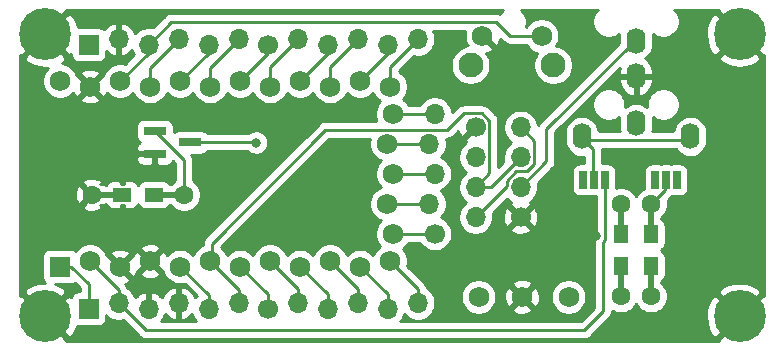
<source format=gtl>
G04 #@! TF.GenerationSoftware,KiCad,Pcbnew,(5.1.9)-1*
G04 #@! TF.CreationDate,2021-05-27T01:04:45-06:00*
G04 #@! TF.ProjectId,cga_proto_boards,6367615f-7072-46f7-946f-5f626f617264,rev?*
G04 #@! TF.SameCoordinates,Original*
G04 #@! TF.FileFunction,Copper,L1,Top*
G04 #@! TF.FilePolarity,Positive*
%FSLAX46Y46*%
G04 Gerber Fmt 4.6, Leading zero omitted, Abs format (unit mm)*
G04 Created by KiCad (PCBNEW (5.1.9)-1) date 2021-05-27 01:04:45*
%MOMM*%
%LPD*%
G01*
G04 APERTURE LIST*
G04 #@! TA.AperFunction,ComponentPad*
%ADD10O,1.600000X2.200000*%
G04 #@! TD*
G04 #@! TA.AperFunction,SMDPad,CuDef*
%ADD11R,0.500000X2.900000*%
G04 #@! TD*
G04 #@! TA.AperFunction,ComponentPad*
%ADD12C,1.600000*%
G04 #@! TD*
G04 #@! TA.AperFunction,SMDPad,CuDef*
%ADD13R,1.200000X1.500000*%
G04 #@! TD*
G04 #@! TA.AperFunction,SMDPad,CuDef*
%ADD14R,2.900000X0.500000*%
G04 #@! TD*
G04 #@! TA.AperFunction,SMDPad,CuDef*
%ADD15R,1.500000X1.200000*%
G04 #@! TD*
G04 #@! TA.AperFunction,ComponentPad*
%ADD16C,2.100000*%
G04 #@! TD*
G04 #@! TA.AperFunction,ComponentPad*
%ADD17C,1.750000*%
G04 #@! TD*
G04 #@! TA.AperFunction,SMDPad,CuDef*
%ADD18R,0.700000X1.500000*%
G04 #@! TD*
G04 #@! TA.AperFunction,ComponentPad*
%ADD19C,0.400000*%
G04 #@! TD*
G04 #@! TA.AperFunction,ComponentPad*
%ADD20C,1.752600*%
G04 #@! TD*
G04 #@! TA.AperFunction,ComponentPad*
%ADD21C,0.700000*%
G04 #@! TD*
G04 #@! TA.AperFunction,ComponentPad*
%ADD22C,4.400000*%
G04 #@! TD*
G04 #@! TA.AperFunction,SMDPad,CuDef*
%ADD23R,1.900000X0.800000*%
G04 #@! TD*
G04 #@! TA.AperFunction,ComponentPad*
%ADD24R,1.752600X1.752600*%
G04 #@! TD*
G04 #@! TA.AperFunction,ComponentPad*
%ADD25O,1.700000X1.700000*%
G04 #@! TD*
G04 #@! TA.AperFunction,ComponentPad*
%ADD26C,1.700000*%
G04 #@! TD*
G04 #@! TA.AperFunction,ComponentPad*
%ADD27R,1.700000X1.700000*%
G04 #@! TD*
G04 #@! TA.AperFunction,ViaPad*
%ADD28C,0.800000*%
G04 #@! TD*
G04 #@! TA.AperFunction,Conductor*
%ADD29C,0.250000*%
G04 #@! TD*
G04 #@! TA.AperFunction,Conductor*
%ADD30C,0.254000*%
G04 #@! TD*
G04 #@! TA.AperFunction,Conductor*
%ADD31C,0.100000*%
G04 #@! TD*
G04 APERTURE END LIST*
D10*
G04 #@! TO.P,T1,3*
G04 #@! TO.N,GND*
X78994000Y-23726000D03*
G04 #@! TO.P,T1,4*
G04 #@! TO.N,VCC*
X78994000Y-20726000D03*
G04 #@! TO.P,T1,2*
G04 #@! TO.N,TRRS2*
X78994000Y-27726000D03*
G04 #@! TO.P,T1,1*
G04 #@! TO.N,TRRS1*
X74394000Y-28826000D03*
X83594000Y-28826000D03*
G04 #@! TD*
D11*
G04 #@! TO.P,RT2,1*
G04 #@! TO.N,VCC*
X77724000Y-40981000D03*
G04 #@! TO.P,RT2,2*
G04 #@! TO.N,TRRS1*
X77724000Y-35981000D03*
D12*
G04 #@! TO.P,RT2,1*
G04 #@! TO.N,VCC*
X77724000Y-42381000D03*
G04 #@! TO.P,RT2,2*
G04 #@! TO.N,TRRS1*
X77724000Y-34581000D03*
D13*
X77724000Y-37131000D03*
G04 #@! TO.P,RT2,1*
G04 #@! TO.N,VCC*
X77724000Y-39831000D03*
G04 #@! TD*
D11*
G04 #@! TO.P,RT1,1*
G04 #@! TO.N,VCC*
X80264000Y-40981000D03*
G04 #@! TO.P,RT1,2*
G04 #@! TO.N,TRRS2*
X80264000Y-35981000D03*
D12*
G04 #@! TO.P,RT1,1*
G04 #@! TO.N,VCC*
X80264000Y-42381000D03*
G04 #@! TO.P,RT1,2*
G04 #@! TO.N,TRRS2*
X80264000Y-34581000D03*
D13*
X80264000Y-37131000D03*
G04 #@! TO.P,RT1,1*
G04 #@! TO.N,VCC*
X80264000Y-39831000D03*
G04 #@! TD*
D14*
G04 #@! TO.P,RQ1,1*
G04 #@! TO.N,LEDs*
X39330000Y-33782000D03*
G04 #@! TO.P,RQ1,2*
G04 #@! TO.N,GND*
X34330000Y-33782000D03*
D12*
G04 #@! TO.P,RQ1,1*
G04 #@! TO.N,LEDs*
X40730000Y-33782000D03*
G04 #@! TO.P,RQ1,2*
G04 #@! TO.N,GND*
X32930000Y-33782000D03*
D15*
X35480000Y-33782000D03*
G04 #@! TO.P,RQ1,1*
G04 #@! TO.N,LEDs*
X38180000Y-33782000D03*
G04 #@! TD*
D16*
G04 #@! TO.P,Reset,*
G04 #@! TO.N,*
X71993000Y-22810000D03*
D17*
G04 #@! TO.P,Reset,1*
G04 #@! TO.N,RESET*
X70993000Y-20320000D03*
G04 #@! TO.P,Reset,2*
G04 #@! TO.N,GND*
X65993000Y-20320000D03*
D16*
G04 #@! TO.P,Reset,*
G04 #@! TO.N,*
X64983000Y-22810000D03*
G04 #@! TD*
D18*
G04 #@! TO.P,J2,3*
G04 #@! TO.N,TX*
X82434000Y-32512000D03*
G04 #@! TO.P,J2,2*
G04 #@! TO.N,TRRS2*
X81534000Y-32512000D03*
G04 #@! TO.P,J2,1*
G04 #@! TO.N,SDA*
X80634000Y-32512000D03*
D19*
G04 #@! TO.P,J2,3*
G04 #@! TO.N,TX*
X82434000Y-32512000D03*
G04 #@! TO.P,J2,2*
G04 #@! TO.N,TRRS2*
X81534000Y-32512000D03*
G04 #@! TO.P,J2,1*
G04 #@! TO.N,SDA*
X80634000Y-32512000D03*
G04 #@! TD*
D18*
G04 #@! TO.P,J1,3*
G04 #@! TO.N,RX*
X76338000Y-32512000D03*
G04 #@! TO.P,J1,2*
G04 #@! TO.N,TRRS1*
X75438000Y-32512000D03*
G04 #@! TO.P,J1,1*
G04 #@! TO.N,SCL*
X74538000Y-32512000D03*
D19*
G04 #@! TO.P,J1,3*
G04 #@! TO.N,RX*
X76338000Y-32512000D03*
G04 #@! TO.P,J1,2*
G04 #@! TO.N,TRRS1*
X75438000Y-32512000D03*
G04 #@! TO.P,J1,1*
G04 #@! TO.N,SCL*
X74538000Y-32512000D03*
G04 #@! TD*
D20*
G04 #@! TO.P,H3,1*
G04 #@! TO.N,VCC*
X73279000Y-42418000D03*
G04 #@! TD*
G04 #@! TO.P,H2,1*
G04 #@! TO.N,GND*
X69342000Y-42418000D03*
G04 #@! TD*
G04 #@! TO.P,H1,1*
G04 #@! TO.N,LEDsOut*
X65659000Y-42418000D03*
G04 #@! TD*
D21*
G04 #@! TO.P,Screw4,1*
G04 #@! TO.N,GND*
X30122726Y-42902274D03*
X28956000Y-42419000D03*
X27789274Y-42902274D03*
X27306000Y-44069000D03*
X27789274Y-45235726D03*
X28956000Y-45719000D03*
X30122726Y-45235726D03*
X30606000Y-44069000D03*
D22*
X28956000Y-44069000D03*
G04 #@! TD*
G04 #@! TO.P,Screw1,1*
G04 #@! TO.N,GND*
X28956000Y-20193000D03*
D21*
X30606000Y-20193000D03*
X30122726Y-21359726D03*
X28956000Y-21843000D03*
X27789274Y-21359726D03*
X27306000Y-20193000D03*
X27789274Y-19026274D03*
X28956000Y-18543000D03*
X30122726Y-19026274D03*
G04 #@! TD*
G04 #@! TO.P,Screw2,1*
G04 #@! TO.N,GND*
X88923726Y-19026274D03*
X87757000Y-18543000D03*
X86590274Y-19026274D03*
X86107000Y-20193000D03*
X86590274Y-21359726D03*
X87757000Y-21843000D03*
X88923726Y-21359726D03*
X89407000Y-20193000D03*
D22*
X87757000Y-20193000D03*
G04 #@! TD*
G04 #@! TO.P,Screw3,1*
G04 #@! TO.N,GND*
X87757000Y-44069000D03*
D21*
X89407000Y-44069000D03*
X88923726Y-45235726D03*
X87757000Y-45719000D03*
X86590274Y-45235726D03*
X86107000Y-44069000D03*
X86590274Y-42902274D03*
X87757000Y-42419000D03*
X88923726Y-42902274D03*
G04 #@! TD*
D23*
G04 #@! TO.P,Q2,1*
G04 #@! TO.N,LEDs*
X38251000Y-28387000D03*
G04 #@! TO.P,Q2,2*
G04 #@! TO.N,GND*
X38251000Y-30287000D03*
G04 #@! TO.P,Q2,3*
G04 #@! TO.N,LEDsOut*
X41251000Y-29337000D03*
G04 #@! TD*
D24*
G04 #@! TO.P,U1,1*
G04 #@! TO.N,TX*
X30226000Y-39852600D03*
D20*
G04 #@! TO.P,U1,2*
G04 #@! TO.N,RX*
X32766000Y-39395400D03*
G04 #@! TO.P,U1,3*
G04 #@! TO.N,GND*
X35306000Y-39852600D03*
G04 #@! TO.P,U1,4*
X37846000Y-39395400D03*
G04 #@! TO.P,U1,5*
G04 #@! TO.N,SDA*
X40386000Y-39852600D03*
G04 #@! TO.P,U1,6*
G04 #@! TO.N,SCL*
X42926000Y-39395400D03*
G04 #@! TO.P,U1,7*
G04 #@! TO.N,row0*
X45466000Y-39852600D03*
G04 #@! TO.P,U1,8*
G04 #@! TO.N,row1*
X48006000Y-39395400D03*
G04 #@! TO.P,U1,9*
G04 #@! TO.N,row2*
X50546000Y-39852600D03*
G04 #@! TO.P,U1,10*
G04 #@! TO.N,row3*
X53086000Y-39395400D03*
G04 #@! TO.P,U1,11*
G04 #@! TO.N,row4*
X55626000Y-39852600D03*
G04 #@! TO.P,U1,13*
G04 #@! TO.N,col7*
X58166000Y-24612600D03*
G04 #@! TO.P,U1,14*
G04 #@! TO.N,col6*
X55626000Y-24155400D03*
G04 #@! TO.P,U1,15*
G04 #@! TO.N,col5*
X53086000Y-24612600D03*
G04 #@! TO.P,U1,16*
G04 #@! TO.N,col4*
X50546000Y-24155400D03*
G04 #@! TO.P,U1,17*
G04 #@! TO.N,col3*
X48006000Y-24612600D03*
G04 #@! TO.P,U1,18*
G04 #@! TO.N,col2*
X45466000Y-24155400D03*
G04 #@! TO.P,U1,19*
G04 #@! TO.N,col1*
X42926000Y-24612600D03*
G04 #@! TO.P,U1,20*
G04 #@! TO.N,col0*
X40386000Y-24155400D03*
G04 #@! TO.P,U1,21*
G04 #@! TO.N,VCC*
X37846000Y-24612600D03*
G04 #@! TO.P,U1,22*
G04 #@! TO.N,RESET*
X35306000Y-24155400D03*
G04 #@! TO.P,U1,23*
G04 #@! TO.N,GND*
X32766000Y-24612600D03*
G04 #@! TO.P,U1,12*
G04 #@! TO.N,RGB*
X58166000Y-39395400D03*
G04 #@! TO.P,U1,24*
G04 #@! TO.N,Net-(U1-Pad24)*
X30226000Y-24155400D03*
G04 #@! TO.P,U1,29*
G04 #@! TO.N,encoder2b*
X58394600Y-26924000D03*
G04 #@! TO.P,U1,28*
G04 #@! TO.N,encoder2a*
X57937400Y-29464000D03*
G04 #@! TO.P,U1,27*
G04 #@! TO.N,encoder1b*
X58394600Y-32004000D03*
G04 #@! TO.P,U1,26*
G04 #@! TO.N,encoder1a*
X57937400Y-34544000D03*
G04 #@! TO.P,U1,25*
G04 #@! TO.N,LEDs*
X58394600Y-37084000D03*
G04 #@! TD*
D25*
G04 #@! TO.P,O2,4*
G04 #@! TO.N,SDA*
X69215000Y-28067000D03*
G04 #@! TO.P,O2,3*
G04 #@! TO.N,SCL*
X69215000Y-30607000D03*
G04 #@! TO.P,O2,2*
G04 #@! TO.N,VCC*
X69215000Y-33147000D03*
D26*
G04 #@! TO.P,O2,1*
G04 #@! TO.N,GND*
X69215000Y-35687000D03*
G04 #@! TD*
D25*
G04 #@! TO.P,O1,4*
G04 #@! TO.N,SDA*
X65405000Y-35687000D03*
G04 #@! TO.P,O1,3*
G04 #@! TO.N,SCL*
X65405000Y-33147000D03*
G04 #@! TO.P,O1,2*
G04 #@! TO.N,VCC*
X65405000Y-30607000D03*
D26*
G04 #@! TO.P,O1,1*
G04 #@! TO.N,GND*
X65405000Y-28067000D03*
G04 #@! TD*
D25*
G04 #@! TO.P,Cs2,9*
G04 #@! TO.N,col4*
X52909000Y-21056600D03*
G04 #@! TO.P,Cs2,12*
G04 #@! TO.N,col7*
X60529000Y-20599400D03*
D26*
G04 #@! TO.P,Cs2,7*
G04 #@! TO.N,col2*
X47829000Y-21056600D03*
D25*
G04 #@! TO.P,Cs2,11*
G04 #@! TO.N,col6*
X57989000Y-21056600D03*
G04 #@! TO.P,Cs2,8*
G04 #@! TO.N,col3*
X50369000Y-20599400D03*
G04 #@! TO.P,Cs2,10*
G04 #@! TO.N,col5*
X55449000Y-20599400D03*
G04 #@! TO.P,Cs2,6*
G04 #@! TO.N,col1*
X45339000Y-20599400D03*
G04 #@! TO.P,Cs2,5*
G04 #@! TO.N,col0*
X42799000Y-21056600D03*
G04 #@! TO.P,Cs2,4*
G04 #@! TO.N,VCC*
X40259000Y-20599400D03*
G04 #@! TO.P,Cs2,3*
G04 #@! TO.N,RESET*
X37719000Y-21056600D03*
G04 #@! TO.P,Cs2,2*
G04 #@! TO.N,GND*
X35179000Y-20599400D03*
D27*
G04 #@! TO.P,Cs2,1*
G04 #@! TO.N,Net-(Cs2-Pad1)*
X32639000Y-21056600D03*
G04 #@! TD*
D25*
G04 #@! TO.P,Cs1,9*
G04 #@! TO.N,row2*
X52909000Y-43408600D03*
G04 #@! TO.P,Cs1,12*
G04 #@! TO.N,RGB*
X60529000Y-42951400D03*
D26*
G04 #@! TO.P,Cs1,7*
G04 #@! TO.N,row0*
X47829000Y-43408600D03*
D25*
G04 #@! TO.P,Cs1,11*
G04 #@! TO.N,row4*
X57989000Y-43408600D03*
G04 #@! TO.P,Cs1,8*
G04 #@! TO.N,row1*
X50369000Y-42951400D03*
G04 #@! TO.P,Cs1,10*
G04 #@! TO.N,row3*
X55449000Y-42951400D03*
G04 #@! TO.P,Cs1,6*
G04 #@! TO.N,SCL*
X45339000Y-42951400D03*
G04 #@! TO.P,Cs1,5*
G04 #@! TO.N,SDA*
X42799000Y-43408600D03*
G04 #@! TO.P,Cs1,4*
G04 #@! TO.N,GND*
X40259000Y-42951400D03*
G04 #@! TO.P,Cs1,3*
X37719000Y-43408600D03*
G04 #@! TO.P,Cs1,2*
G04 #@! TO.N,RX*
X35179000Y-42951400D03*
D27*
G04 #@! TO.P,Cs1,1*
G04 #@! TO.N,TX*
X32639000Y-43408600D03*
G04 #@! TD*
D25*
G04 #@! TO.P,Cb1,5*
G04 #@! TO.N,encoder2b*
X61950600Y-26924000D03*
G04 #@! TO.P,Cb1,4*
G04 #@! TO.N,encoder2a*
X61493400Y-29464000D03*
G04 #@! TO.P,Cb1,3*
G04 #@! TO.N,encoder1b*
X61950600Y-32004000D03*
G04 #@! TO.P,Cb1,2*
G04 #@! TO.N,encoder1a*
X61493400Y-34544000D03*
D26*
G04 #@! TO.P,Cb1,1*
G04 #@! TO.N,LEDs*
X61950600Y-37084000D03*
G04 #@! TD*
D28*
G04 #@! TO.N,GND*
X75565000Y-37306250D03*
X73025000Y-34925000D03*
X51593750Y-34925000D03*
G04 #@! TO.N,LEDsOut*
X46831250Y-29368750D03*
G04 #@! TD*
D29*
G04 #@! TO.N,encoder2b*
X62077600Y-26924000D02*
X58521600Y-26924000D01*
G04 #@! TO.N,encoder2a*
X58064400Y-29464000D02*
X61620400Y-29464000D01*
G04 #@! TO.N,encoder1b*
X62077600Y-32004000D02*
X58521600Y-32004000D01*
G04 #@! TO.N,encoder1a*
X58064400Y-34544000D02*
X61620400Y-34544000D01*
G04 #@! TO.N,LEDs*
X62077600Y-37084000D02*
X58521600Y-37084000D01*
X40730000Y-30830998D02*
X40730000Y-33782000D01*
X38286002Y-28387000D02*
X40730000Y-30830998D01*
X38251000Y-28387000D02*
X38286002Y-28387000D01*
G04 #@! TO.N,row2*
X53213000Y-42901400D02*
X53163000Y-42951400D01*
X52909000Y-42215600D02*
X52909000Y-43408600D01*
X50546000Y-39852600D02*
X52909000Y-42215600D01*
G04 #@! TO.N,RGB*
X60529000Y-41758400D02*
X60529000Y-42951400D01*
X58166000Y-39395400D02*
X60529000Y-41758400D01*
G04 #@! TO.N,row0*
X48133000Y-42901400D02*
X48083000Y-42951400D01*
X47829000Y-42215600D02*
X47829000Y-43408600D01*
X45466000Y-39852600D02*
X47829000Y-42215600D01*
G04 #@! TO.N,row4*
X58293000Y-42901400D02*
X58243000Y-42951400D01*
X57989000Y-42215600D02*
X57989000Y-43408600D01*
X55626000Y-39852600D02*
X57989000Y-42215600D01*
G04 #@! TO.N,row1*
X50673000Y-43358600D02*
X50623000Y-43408600D01*
X50369000Y-41758400D02*
X50369000Y-42951400D01*
X48006000Y-39395400D02*
X50369000Y-41758400D01*
G04 #@! TO.N,row3*
X55753000Y-43358600D02*
X55703000Y-43408600D01*
X55449000Y-41758400D02*
X55449000Y-42951400D01*
X53086000Y-39395400D02*
X55449000Y-41758400D01*
G04 #@! TO.N,SCL*
X45593000Y-43358600D02*
X45543000Y-43408600D01*
X66675000Y-33147000D02*
X69215000Y-30607000D01*
X65405000Y-33147000D02*
X66675000Y-33147000D01*
X66580001Y-27502999D02*
X65969001Y-26891999D01*
X66580001Y-31971999D02*
X66580001Y-27502999D01*
X65969001Y-26891999D02*
X64389251Y-26891999D01*
X65405000Y-33147000D02*
X66580001Y-31971999D01*
X63018551Y-28262699D02*
X52699801Y-28262699D01*
X64389251Y-26891999D02*
X63018551Y-28262699D01*
X43053000Y-37909500D02*
X43053000Y-39395400D01*
X52699801Y-28262699D02*
X43053000Y-37909500D01*
X45339000Y-41808400D02*
X45339000Y-42951400D01*
X42926000Y-39395400D02*
X45339000Y-41808400D01*
G04 #@! TO.N,SDA*
X69779001Y-31782001D02*
X70390001Y-31171001D01*
X68840997Y-31782001D02*
X69779001Y-31782001D01*
X70390001Y-29242001D02*
X69215000Y-28067000D01*
X70390001Y-31171001D02*
X70390001Y-29242001D01*
X68039999Y-32582999D02*
X68840997Y-31782001D01*
X68039999Y-33052001D02*
X68039999Y-32582999D01*
X65405000Y-35687000D02*
X68039999Y-33052001D01*
X42799000Y-42265600D02*
X42799000Y-43408600D01*
X40386000Y-39852600D02*
X42799000Y-42265600D01*
G04 #@! TO.N,GND*
X37515800Y-39852600D02*
X37973000Y-39395400D01*
X35433000Y-20923250D02*
X35433000Y-21056600D01*
G04 #@! TO.N,TRRS2*
X81476000Y-33369000D02*
X81476000Y-32512000D01*
X80264000Y-34581000D02*
X81476000Y-33369000D01*
G04 #@! TO.N,TRRS1*
X75380000Y-29939000D02*
X74267000Y-28826000D01*
X75380000Y-32512000D02*
X75380000Y-29939000D01*
X83467000Y-28826000D02*
X83141990Y-29151010D01*
X83268990Y-29151010D02*
X83594000Y-28826000D01*
X74719010Y-29151010D02*
X83268990Y-29151010D01*
X74394000Y-28826000D02*
X74719010Y-29151010D01*
G04 #@! TO.N,col4*
X50623000Y-24105400D02*
X50673000Y-24155400D01*
X52909000Y-21792400D02*
X52909000Y-21056600D01*
X50546000Y-24155400D02*
X52909000Y-21792400D01*
G04 #@! TO.N,col7*
X58243000Y-24562600D02*
X58293000Y-24612600D01*
X58166000Y-22962400D02*
X60529000Y-20599400D01*
X58166000Y-24612600D02*
X58166000Y-22962400D01*
G04 #@! TO.N,col2*
X48133000Y-20649400D02*
X48083000Y-20599400D01*
X47829000Y-21792400D02*
X47829000Y-21056600D01*
X45466000Y-24155400D02*
X47829000Y-21792400D01*
G04 #@! TO.N,col6*
X55703000Y-24105400D02*
X55753000Y-24155400D01*
X57989000Y-21792400D02*
X57989000Y-21056600D01*
X55626000Y-24155400D02*
X57989000Y-21792400D01*
G04 #@! TO.N,col3*
X48006000Y-22962400D02*
X50369000Y-20599400D01*
X48006000Y-24612600D02*
X48006000Y-22962400D01*
G04 #@! TO.N,col5*
X53163000Y-24562600D02*
X53213000Y-24612600D01*
X53086000Y-22962400D02*
X55449000Y-20599400D01*
X53086000Y-24612600D02*
X53086000Y-22962400D01*
G04 #@! TO.N,col1*
X45593000Y-21106600D02*
X45543000Y-21056600D01*
X42926000Y-23012400D02*
X45339000Y-20599400D01*
X42926000Y-24612600D02*
X42926000Y-23012400D01*
G04 #@! TO.N,col0*
X42799000Y-21742400D02*
X42799000Y-21056600D01*
X40386000Y-24155400D02*
X42799000Y-21742400D01*
G04 #@! TO.N,VCC*
X69215000Y-33147000D02*
X71405750Y-30956250D01*
X71405750Y-30956250D02*
X71405750Y-28606750D01*
X37846000Y-23012400D02*
X40259000Y-20599400D01*
X37846000Y-24612600D02*
X37846000Y-23012400D01*
X71405750Y-28187250D02*
X78867000Y-20726000D01*
X71405750Y-28606750D02*
X71405750Y-28187250D01*
G04 #@! TO.N,RESET*
X37719000Y-21742400D02*
X37719000Y-21056600D01*
X35306000Y-24155400D02*
X37719000Y-21742400D01*
X67133997Y-19119999D02*
X39655601Y-19119999D01*
X68333998Y-20320000D02*
X67133997Y-19119999D01*
X39655601Y-19119999D02*
X37719000Y-21056600D01*
X70993000Y-20320000D02*
X68333998Y-20320000D01*
G04 #@! TO.N,LEDsOut*
X46799500Y-29337000D02*
X46831250Y-29368750D01*
X41251000Y-29337000D02*
X46799500Y-29337000D01*
G04 #@! TO.N,RX*
X35179000Y-41808400D02*
X35179000Y-42951400D01*
X32766000Y-39395400D02*
X35179000Y-41808400D01*
X76330000Y-32562000D02*
X76280000Y-32512000D01*
X35179000Y-42951400D02*
X37471350Y-45243750D01*
X37471350Y-45243750D02*
X38893750Y-45243750D01*
X74612500Y-45243750D02*
X38893750Y-45243750D01*
X74612500Y-45243750D02*
X76200000Y-43656250D01*
X76338000Y-37606252D02*
X76338000Y-32512000D01*
X76200000Y-37744252D02*
X76338000Y-37606252D01*
X76200000Y-43656250D02*
X76200000Y-37744252D01*
G04 #@! TO.N,TX*
X30226000Y-39852600D02*
X31121350Y-39852600D01*
X32639000Y-41370250D02*
X32639000Y-43408600D01*
X31121350Y-39852600D02*
X32639000Y-41370250D01*
G04 #@! TD*
D30*
G04 #@! TO.N,GND*
X67705733Y-18150713D02*
X67533713Y-18322733D01*
X67460274Y-18432643D01*
X67426244Y-18414453D01*
X67282983Y-18370996D01*
X67171330Y-18359999D01*
X67171319Y-18359999D01*
X67133997Y-18356323D01*
X67096675Y-18359999D01*
X39692923Y-18359999D01*
X39655600Y-18356323D01*
X39618277Y-18359999D01*
X39618268Y-18359999D01*
X39506615Y-18370996D01*
X39363354Y-18414453D01*
X39231325Y-18485025D01*
X39231323Y-18485026D01*
X39231324Y-18485026D01*
X39144597Y-18556200D01*
X39144593Y-18556204D01*
X39115600Y-18579998D01*
X39091806Y-18608991D01*
X38085408Y-19615390D01*
X37865260Y-19571600D01*
X37572740Y-19571600D01*
X37285842Y-19628668D01*
X37015589Y-19740610D01*
X36772368Y-19903125D01*
X36571386Y-20104107D01*
X36523157Y-19968148D01*
X36374178Y-19718045D01*
X36179269Y-19501812D01*
X35945920Y-19327759D01*
X35683099Y-19202575D01*
X35535890Y-19157924D01*
X35306000Y-19279245D01*
X35306000Y-20472400D01*
X35326000Y-20472400D01*
X35326000Y-20726400D01*
X35306000Y-20726400D01*
X35306000Y-21919555D01*
X35535890Y-22040876D01*
X35683099Y-21996225D01*
X35945920Y-21871041D01*
X36179269Y-21696988D01*
X36314680Y-21546762D01*
X36403010Y-21760011D01*
X36492562Y-21894036D01*
X35694775Y-22691824D01*
X35454850Y-22644100D01*
X35157150Y-22644100D01*
X34865170Y-22702178D01*
X34590131Y-22816103D01*
X34342602Y-22981496D01*
X34132096Y-23192002D01*
X33966703Y-23439531D01*
X33852778Y-23714570D01*
X33844704Y-23755160D01*
X33813169Y-23745037D01*
X32945605Y-24612600D01*
X33813169Y-25480163D01*
X34064929Y-25399346D01*
X34177486Y-25164188D01*
X34342602Y-25329304D01*
X34590131Y-25494697D01*
X34865170Y-25608622D01*
X35157150Y-25666700D01*
X35454850Y-25666700D01*
X35746830Y-25608622D01*
X36021869Y-25494697D01*
X36269398Y-25329304D01*
X36437442Y-25161260D01*
X36506703Y-25328469D01*
X36672096Y-25575998D01*
X36882602Y-25786504D01*
X37130131Y-25951897D01*
X37405170Y-26065822D01*
X37697150Y-26123900D01*
X37994850Y-26123900D01*
X38286830Y-26065822D01*
X38561869Y-25951897D01*
X38809398Y-25786504D01*
X39019904Y-25575998D01*
X39185297Y-25328469D01*
X39254558Y-25161260D01*
X39422602Y-25329304D01*
X39670131Y-25494697D01*
X39945170Y-25608622D01*
X40237150Y-25666700D01*
X40534850Y-25666700D01*
X40826830Y-25608622D01*
X41101869Y-25494697D01*
X41349398Y-25329304D01*
X41517442Y-25161260D01*
X41586703Y-25328469D01*
X41752096Y-25575998D01*
X41962602Y-25786504D01*
X42210131Y-25951897D01*
X42485170Y-26065822D01*
X42777150Y-26123900D01*
X43074850Y-26123900D01*
X43366830Y-26065822D01*
X43641869Y-25951897D01*
X43889398Y-25786504D01*
X44099904Y-25575998D01*
X44265297Y-25328469D01*
X44334558Y-25161260D01*
X44502602Y-25329304D01*
X44750131Y-25494697D01*
X45025170Y-25608622D01*
X45317150Y-25666700D01*
X45614850Y-25666700D01*
X45906830Y-25608622D01*
X46181869Y-25494697D01*
X46429398Y-25329304D01*
X46597442Y-25161260D01*
X46666703Y-25328469D01*
X46832096Y-25575998D01*
X47042602Y-25786504D01*
X47290131Y-25951897D01*
X47565170Y-26065822D01*
X47857150Y-26123900D01*
X48154850Y-26123900D01*
X48446830Y-26065822D01*
X48721869Y-25951897D01*
X48969398Y-25786504D01*
X49179904Y-25575998D01*
X49345297Y-25328469D01*
X49414558Y-25161260D01*
X49582602Y-25329304D01*
X49830131Y-25494697D01*
X50105170Y-25608622D01*
X50397150Y-25666700D01*
X50694850Y-25666700D01*
X50986830Y-25608622D01*
X51261869Y-25494697D01*
X51509398Y-25329304D01*
X51677442Y-25161260D01*
X51746703Y-25328469D01*
X51912096Y-25575998D01*
X52122602Y-25786504D01*
X52370131Y-25951897D01*
X52645170Y-26065822D01*
X52937150Y-26123900D01*
X53234850Y-26123900D01*
X53526830Y-26065822D01*
X53801869Y-25951897D01*
X54049398Y-25786504D01*
X54259904Y-25575998D01*
X54425297Y-25328469D01*
X54494558Y-25161260D01*
X54662602Y-25329304D01*
X54910131Y-25494697D01*
X55185170Y-25608622D01*
X55477150Y-25666700D01*
X55774850Y-25666700D01*
X56066830Y-25608622D01*
X56341869Y-25494697D01*
X56589398Y-25329304D01*
X56757442Y-25161260D01*
X56826703Y-25328469D01*
X56992096Y-25575998D01*
X57202602Y-25786504D01*
X57317813Y-25863485D01*
X57220696Y-25960602D01*
X57055303Y-26208131D01*
X56941378Y-26483170D01*
X56883300Y-26775150D01*
X56883300Y-27072850D01*
X56941378Y-27364830D01*
X56998485Y-27502699D01*
X52737124Y-27502699D01*
X52699801Y-27499023D01*
X52662478Y-27502699D01*
X52662468Y-27502699D01*
X52550815Y-27513696D01*
X52407554Y-27557153D01*
X52275525Y-27627725D01*
X52159800Y-27722698D01*
X52136002Y-27751696D01*
X42542003Y-37345696D01*
X42512999Y-37369499D01*
X42462527Y-37431000D01*
X42418026Y-37485224D01*
X42400957Y-37517158D01*
X42347454Y-37617254D01*
X42303997Y-37760515D01*
X42293000Y-37872168D01*
X42293000Y-37872178D01*
X42289324Y-37909500D01*
X42293000Y-37946823D01*
X42293000Y-38021777D01*
X42210131Y-38056103D01*
X41962602Y-38221496D01*
X41752096Y-38432002D01*
X41586703Y-38679531D01*
X41517442Y-38846740D01*
X41349398Y-38678696D01*
X41101869Y-38513303D01*
X40826830Y-38399378D01*
X40534850Y-38341300D01*
X40237150Y-38341300D01*
X39945170Y-38399378D01*
X39670131Y-38513303D01*
X39422602Y-38678696D01*
X39254914Y-38846384D01*
X39221802Y-38752473D01*
X39144929Y-38608654D01*
X38893169Y-38527837D01*
X38025605Y-39395400D01*
X38893169Y-40262963D01*
X38924704Y-40252840D01*
X38932778Y-40293430D01*
X39046703Y-40568469D01*
X39212096Y-40815998D01*
X39422602Y-41026504D01*
X39670131Y-41191897D01*
X39945170Y-41305822D01*
X40237150Y-41363900D01*
X40534850Y-41363900D01*
X40774775Y-41316176D01*
X41783046Y-42324447D01*
X41651386Y-42456107D01*
X41603157Y-42320148D01*
X41454178Y-42070045D01*
X41259269Y-41853812D01*
X41025920Y-41679759D01*
X40763099Y-41554575D01*
X40615890Y-41509924D01*
X40386000Y-41631245D01*
X40386000Y-42824400D01*
X40406000Y-42824400D01*
X40406000Y-43078400D01*
X40386000Y-43078400D01*
X40386000Y-44271555D01*
X40615890Y-44392876D01*
X40763099Y-44348225D01*
X41025920Y-44223041D01*
X41259269Y-44048988D01*
X41394680Y-43898762D01*
X41483010Y-44112011D01*
X41645525Y-44355232D01*
X41774043Y-44483750D01*
X38739494Y-44483750D01*
X38914178Y-44289955D01*
X39063157Y-44039852D01*
X39116062Y-43890710D01*
X39258731Y-44048988D01*
X39492080Y-44223041D01*
X39754901Y-44348225D01*
X39902110Y-44392876D01*
X40132000Y-44271555D01*
X40132000Y-43078400D01*
X40112000Y-43078400D01*
X40112000Y-42824400D01*
X40132000Y-42824400D01*
X40132000Y-41631245D01*
X39902110Y-41509924D01*
X39754901Y-41554575D01*
X39492080Y-41679759D01*
X39258731Y-41853812D01*
X39063822Y-42070045D01*
X38914843Y-42320148D01*
X38861938Y-42469290D01*
X38719269Y-42311012D01*
X38485920Y-42136959D01*
X38223099Y-42011775D01*
X38075890Y-41967124D01*
X37846000Y-42088445D01*
X37846000Y-43281600D01*
X37866000Y-43281600D01*
X37866000Y-43535600D01*
X37846000Y-43535600D01*
X37846000Y-43555600D01*
X37592000Y-43555600D01*
X37592000Y-43535600D01*
X37572000Y-43535600D01*
X37572000Y-43281600D01*
X37592000Y-43281600D01*
X37592000Y-42088445D01*
X37362110Y-41967124D01*
X37214901Y-42011775D01*
X36952080Y-42136959D01*
X36718731Y-42311012D01*
X36583320Y-42461238D01*
X36494990Y-42247989D01*
X36332475Y-42004768D01*
X36125632Y-41797925D01*
X35928684Y-41666329D01*
X35928003Y-41659414D01*
X35884546Y-41516153D01*
X35813974Y-41384124D01*
X35745144Y-41300254D01*
X35948927Y-41228402D01*
X36092746Y-41151529D01*
X36173563Y-40899769D01*
X35306000Y-40032205D01*
X35291858Y-40046348D01*
X35112252Y-39866742D01*
X35126395Y-39852600D01*
X35485605Y-39852600D01*
X36353169Y-40720163D01*
X36604929Y-40639346D01*
X36699115Y-40442569D01*
X36978437Y-40442569D01*
X37059254Y-40694329D01*
X37327779Y-40822857D01*
X37616219Y-40896529D01*
X37913491Y-40912513D01*
X38208167Y-40870196D01*
X38488927Y-40771202D01*
X38632746Y-40694329D01*
X38713563Y-40442569D01*
X37846000Y-39575005D01*
X36978437Y-40442569D01*
X36699115Y-40442569D01*
X36733457Y-40370821D01*
X36763872Y-40251741D01*
X36798831Y-40262963D01*
X37666395Y-39395400D01*
X36798831Y-38527837D01*
X36547071Y-38608654D01*
X36418543Y-38877179D01*
X36388128Y-38996259D01*
X36353169Y-38985037D01*
X35485605Y-39852600D01*
X35126395Y-39852600D01*
X34258831Y-38985037D01*
X34227296Y-38995160D01*
X34219222Y-38954570D01*
X34157447Y-38805431D01*
X34438437Y-38805431D01*
X35306000Y-39672995D01*
X36173563Y-38805431D01*
X36092746Y-38553671D01*
X35824221Y-38425143D01*
X35535781Y-38351471D01*
X35475524Y-38348231D01*
X36978437Y-38348231D01*
X37846000Y-39215795D01*
X38713563Y-38348231D01*
X38632746Y-38096471D01*
X38364221Y-37967943D01*
X38075781Y-37894271D01*
X37778509Y-37878287D01*
X37483833Y-37920604D01*
X37203073Y-38019598D01*
X37059254Y-38096471D01*
X36978437Y-38348231D01*
X35475524Y-38348231D01*
X35238509Y-38335487D01*
X34943833Y-38377804D01*
X34663073Y-38476798D01*
X34519254Y-38553671D01*
X34438437Y-38805431D01*
X34157447Y-38805431D01*
X34105297Y-38679531D01*
X33939904Y-38432002D01*
X33729398Y-38221496D01*
X33481869Y-38056103D01*
X33206830Y-37942178D01*
X32914850Y-37884100D01*
X32617150Y-37884100D01*
X32325170Y-37942178D01*
X32050131Y-38056103D01*
X31802602Y-38221496D01*
X31592096Y-38432002D01*
X31538240Y-38512604D01*
X31456794Y-38445763D01*
X31346480Y-38386798D01*
X31226782Y-38350488D01*
X31102300Y-38338228D01*
X29349700Y-38338228D01*
X29225218Y-38350488D01*
X29105520Y-38386798D01*
X28995206Y-38445763D01*
X28898515Y-38525115D01*
X28819163Y-38621806D01*
X28760198Y-38732120D01*
X28723888Y-38851818D01*
X28711628Y-38976300D01*
X28711628Y-40728900D01*
X28723888Y-40853382D01*
X28760198Y-40973080D01*
X28819163Y-41083394D01*
X28898515Y-41180085D01*
X28948404Y-41221028D01*
X28940826Y-41220322D01*
X28385368Y-41278019D01*
X27851839Y-41442972D01*
X27385976Y-41691982D01*
X27145830Y-42079225D01*
X28956000Y-43889395D01*
X30766170Y-42079225D01*
X30526024Y-41691982D01*
X30032123Y-41431359D01*
X29815725Y-41366972D01*
X31102300Y-41366972D01*
X31226782Y-41354712D01*
X31346480Y-41318402D01*
X31454573Y-41260624D01*
X31879000Y-41685052D01*
X31879000Y-41920528D01*
X31789000Y-41920528D01*
X31664518Y-41932788D01*
X31544820Y-41969098D01*
X31434506Y-42028063D01*
X31337815Y-42107415D01*
X31258463Y-42204106D01*
X31199498Y-42314420D01*
X31173518Y-42400063D01*
X30945775Y-42258830D01*
X29135605Y-44069000D01*
X30945775Y-45879170D01*
X31333018Y-45639024D01*
X31593641Y-45145123D01*
X31671022Y-44885053D01*
X31789000Y-44896672D01*
X33489000Y-44896672D01*
X33613482Y-44884412D01*
X33733180Y-44848102D01*
X33843494Y-44789137D01*
X33940185Y-44709785D01*
X34019537Y-44613094D01*
X34078502Y-44502780D01*
X34114812Y-44383082D01*
X34127072Y-44258600D01*
X34127072Y-43999579D01*
X34232368Y-44104875D01*
X34475589Y-44267390D01*
X34745842Y-44379332D01*
X35032740Y-44436400D01*
X35325260Y-44436400D01*
X35545408Y-44392610D01*
X36907555Y-45754758D01*
X36931349Y-45783751D01*
X36960342Y-45807545D01*
X36960346Y-45807549D01*
X37009628Y-45847993D01*
X37047074Y-45878724D01*
X37179103Y-45949296D01*
X37322364Y-45992753D01*
X37434017Y-46003750D01*
X37434026Y-46003750D01*
X37471349Y-46007426D01*
X37508672Y-46003750D01*
X74575178Y-46003750D01*
X74612500Y-46007426D01*
X74649822Y-46003750D01*
X74649833Y-46003750D01*
X74761486Y-45992753D01*
X74904747Y-45949296D01*
X75036776Y-45878724D01*
X75152501Y-45783751D01*
X75176304Y-45754747D01*
X76711004Y-44220048D01*
X76740001Y-44196251D01*
X76809135Y-44112011D01*
X76831980Y-44084174D01*
X84908322Y-44084174D01*
X84966019Y-44639632D01*
X85130972Y-45173161D01*
X85379982Y-45639024D01*
X85767225Y-45879170D01*
X87577395Y-44069000D01*
X85767225Y-42258830D01*
X85379982Y-42498976D01*
X85119359Y-42992877D01*
X84960099Y-43528133D01*
X84908322Y-44084174D01*
X76831980Y-44084174D01*
X76834974Y-44080527D01*
X76905546Y-43948497D01*
X76911369Y-43929300D01*
X76949003Y-43805236D01*
X76960000Y-43693583D01*
X76960000Y-43693574D01*
X76963676Y-43656251D01*
X76960000Y-43618928D01*
X76960000Y-43596371D01*
X77044273Y-43652680D01*
X77305426Y-43760853D01*
X77582665Y-43816000D01*
X77865335Y-43816000D01*
X78142574Y-43760853D01*
X78403727Y-43652680D01*
X78638759Y-43495637D01*
X78838637Y-43295759D01*
X78994000Y-43063241D01*
X79149363Y-43295759D01*
X79349241Y-43495637D01*
X79584273Y-43652680D01*
X79845426Y-43760853D01*
X80122665Y-43816000D01*
X80405335Y-43816000D01*
X80682574Y-43760853D01*
X80943727Y-43652680D01*
X81178759Y-43495637D01*
X81378637Y-43295759D01*
X81535680Y-43060727D01*
X81643853Y-42799574D01*
X81699000Y-42522335D01*
X81699000Y-42239665D01*
X81667087Y-42079225D01*
X85946830Y-42079225D01*
X87757000Y-43889395D01*
X89567170Y-42079225D01*
X89327024Y-41691982D01*
X88833123Y-41431359D01*
X88297867Y-41272099D01*
X87741826Y-41220322D01*
X87186368Y-41278019D01*
X86652839Y-41442972D01*
X86186976Y-41691982D01*
X85946830Y-42079225D01*
X81667087Y-42079225D01*
X81643853Y-41962426D01*
X81535680Y-41701273D01*
X81378637Y-41466241D01*
X81178759Y-41266363D01*
X81152072Y-41248531D01*
X81152072Y-41147041D01*
X81218494Y-41111537D01*
X81315185Y-41032185D01*
X81394537Y-40935494D01*
X81453502Y-40825180D01*
X81489812Y-40705482D01*
X81502072Y-40581000D01*
X81502072Y-39081000D01*
X81489812Y-38956518D01*
X81453502Y-38836820D01*
X81394537Y-38726506D01*
X81315185Y-38629815D01*
X81218494Y-38550463D01*
X81108180Y-38491498D01*
X81073573Y-38481000D01*
X81108180Y-38470502D01*
X81218494Y-38411537D01*
X81315185Y-38332185D01*
X81394537Y-38235494D01*
X81453502Y-38125180D01*
X81489812Y-38005482D01*
X81502072Y-37881000D01*
X81502072Y-36381000D01*
X81489812Y-36256518D01*
X81453502Y-36136820D01*
X81394537Y-36026506D01*
X81315185Y-35929815D01*
X81218494Y-35850463D01*
X81152072Y-35814959D01*
X81152072Y-35713469D01*
X81178759Y-35695637D01*
X81378637Y-35495759D01*
X81535680Y-35260727D01*
X81643853Y-34999574D01*
X81699000Y-34722335D01*
X81699000Y-34439665D01*
X81662688Y-34257114D01*
X81987004Y-33932798D01*
X82016001Y-33909001D01*
X82027866Y-33894543D01*
X82084000Y-33900072D01*
X82784000Y-33900072D01*
X82908482Y-33887812D01*
X83028180Y-33851502D01*
X83138494Y-33792537D01*
X83235185Y-33713185D01*
X83314537Y-33616494D01*
X83373502Y-33506180D01*
X83409812Y-33386482D01*
X83422072Y-33262000D01*
X83422072Y-31762000D01*
X83409812Y-31637518D01*
X83373502Y-31517820D01*
X83314537Y-31407506D01*
X83235185Y-31310815D01*
X83138494Y-31231463D01*
X83028180Y-31172498D01*
X82908482Y-31136188D01*
X82784000Y-31123928D01*
X82084000Y-31123928D01*
X81984000Y-31133777D01*
X81884000Y-31123928D01*
X81184000Y-31123928D01*
X81084000Y-31133777D01*
X80984000Y-31123928D01*
X80284000Y-31123928D01*
X80159518Y-31136188D01*
X80039820Y-31172498D01*
X79929506Y-31231463D01*
X79832815Y-31310815D01*
X79753463Y-31407506D01*
X79694498Y-31517820D01*
X79658188Y-31637518D01*
X79645928Y-31762000D01*
X79645928Y-33262000D01*
X79647989Y-33282928D01*
X79584273Y-33309320D01*
X79349241Y-33466363D01*
X79149363Y-33666241D01*
X78994000Y-33898759D01*
X78838637Y-33666241D01*
X78638759Y-33466363D01*
X78403727Y-33309320D01*
X78142574Y-33201147D01*
X77865335Y-33146000D01*
X77582665Y-33146000D01*
X77326072Y-33197040D01*
X77326072Y-31762000D01*
X77313812Y-31637518D01*
X77277502Y-31517820D01*
X77218537Y-31407506D01*
X77139185Y-31310815D01*
X77042494Y-31231463D01*
X76932180Y-31172498D01*
X76812482Y-31136188D01*
X76688000Y-31123928D01*
X76140000Y-31123928D01*
X76140000Y-29976325D01*
X76143676Y-29939000D01*
X76140919Y-29911010D01*
X82386467Y-29911010D01*
X82395068Y-29927101D01*
X82574393Y-30145608D01*
X82792900Y-30324932D01*
X83042193Y-30458182D01*
X83312692Y-30540236D01*
X83594000Y-30567943D01*
X83875309Y-30540236D01*
X84145808Y-30458182D01*
X84395101Y-30324932D01*
X84613608Y-30145608D01*
X84792932Y-29927101D01*
X84926182Y-29677808D01*
X85008236Y-29407308D01*
X85029000Y-29196491D01*
X85029000Y-28455508D01*
X85008236Y-28244691D01*
X84926182Y-27974192D01*
X84792932Y-27724899D01*
X84613607Y-27506392D01*
X84395100Y-27327068D01*
X84145807Y-27193818D01*
X83875308Y-27111764D01*
X83594000Y-27084057D01*
X83312691Y-27111764D01*
X83042192Y-27193818D01*
X82792899Y-27327068D01*
X82574392Y-27506393D01*
X82395068Y-27724900D01*
X82261818Y-27974193D01*
X82179764Y-28244692D01*
X82165353Y-28391010D01*
X80382846Y-28391010D01*
X80408236Y-28307308D01*
X80429000Y-28096491D01*
X80429000Y-27355508D01*
X80414054Y-27203764D01*
X80637957Y-27353371D01*
X80890011Y-27457775D01*
X81157589Y-27511000D01*
X81430411Y-27511000D01*
X81697989Y-27457775D01*
X81950043Y-27353371D01*
X82176886Y-27201799D01*
X82369799Y-27008886D01*
X82521371Y-26782043D01*
X82625775Y-26529989D01*
X82679000Y-26262411D01*
X82679000Y-25989589D01*
X82625775Y-25722011D01*
X82521371Y-25469957D01*
X82369799Y-25243114D01*
X82176886Y-25050201D01*
X81950043Y-24898629D01*
X81697989Y-24794225D01*
X81430411Y-24741000D01*
X81157589Y-24741000D01*
X80890011Y-24794225D01*
X80637957Y-24898629D01*
X80411114Y-25050201D01*
X80218201Y-25243114D01*
X80066629Y-25469957D01*
X79962225Y-25722011D01*
X79909000Y-25989589D01*
X79909000Y-26262411D01*
X79922819Y-26331884D01*
X79795100Y-26227068D01*
X79545807Y-26093818D01*
X79275308Y-26011764D01*
X78994000Y-25984057D01*
X78712691Y-26011764D01*
X78442192Y-26093818D01*
X78192899Y-26227068D01*
X78065181Y-26331884D01*
X78079000Y-26262411D01*
X78079000Y-25989589D01*
X78025775Y-25722011D01*
X77921371Y-25469957D01*
X77769799Y-25243114D01*
X77576886Y-25050201D01*
X77350043Y-24898629D01*
X77097989Y-24794225D01*
X76830411Y-24741000D01*
X76557589Y-24741000D01*
X76290011Y-24794225D01*
X76037957Y-24898629D01*
X75811114Y-25050201D01*
X75618201Y-25243114D01*
X75466629Y-25469957D01*
X75362225Y-25722011D01*
X75309000Y-25989589D01*
X75309000Y-26262411D01*
X75362225Y-26529989D01*
X75466629Y-26782043D01*
X75618201Y-27008886D01*
X75811114Y-27201799D01*
X76037957Y-27353371D01*
X76290011Y-27457775D01*
X76557589Y-27511000D01*
X76830411Y-27511000D01*
X77097989Y-27457775D01*
X77350043Y-27353371D01*
X77573946Y-27203764D01*
X77559000Y-27355509D01*
X77559000Y-28096492D01*
X77579764Y-28307309D01*
X77605154Y-28391010D01*
X75822647Y-28391010D01*
X75808236Y-28244691D01*
X75726182Y-27974192D01*
X75592932Y-27724899D01*
X75413607Y-27506392D01*
X75195100Y-27327068D01*
X74945807Y-27193818D01*
X74675308Y-27111764D01*
X74394000Y-27084057D01*
X74112691Y-27111764D01*
X73842192Y-27193818D01*
X73592899Y-27327068D01*
X73374392Y-27506393D01*
X73195068Y-27724900D01*
X73061818Y-27974193D01*
X72979764Y-28244692D01*
X72959000Y-28455509D01*
X72959000Y-29196492D01*
X72979764Y-29407309D01*
X73061818Y-29677808D01*
X73195068Y-29927101D01*
X73374393Y-30145608D01*
X73592900Y-30324932D01*
X73842193Y-30458182D01*
X74112692Y-30540236D01*
X74394000Y-30567943D01*
X74620001Y-30545683D01*
X74620001Y-31123928D01*
X74188000Y-31123928D01*
X74063518Y-31136188D01*
X73943820Y-31172498D01*
X73833506Y-31231463D01*
X73736815Y-31310815D01*
X73657463Y-31407506D01*
X73598498Y-31517820D01*
X73562188Y-31637518D01*
X73549928Y-31762000D01*
X73549928Y-33262000D01*
X73562188Y-33386482D01*
X73598498Y-33506180D01*
X73657463Y-33616494D01*
X73736815Y-33713185D01*
X73833506Y-33792537D01*
X73943820Y-33851502D01*
X74063518Y-33887812D01*
X74188000Y-33900072D01*
X74888000Y-33900072D01*
X74988000Y-33890223D01*
X75088000Y-33900072D01*
X75578001Y-33900072D01*
X75578000Y-37304167D01*
X75565026Y-37319976D01*
X75494454Y-37452006D01*
X75474691Y-37517158D01*
X75450998Y-37595266D01*
X75448832Y-37617254D01*
X75436324Y-37744252D01*
X75440001Y-37781584D01*
X75440000Y-43341448D01*
X74297699Y-44483750D01*
X59013957Y-44483750D01*
X59142475Y-44355232D01*
X59304990Y-44112011D01*
X59388322Y-43910829D01*
X59582368Y-44104875D01*
X59825589Y-44267390D01*
X60095842Y-44379332D01*
X60382740Y-44436400D01*
X60675260Y-44436400D01*
X60962158Y-44379332D01*
X61232411Y-44267390D01*
X61475632Y-44104875D01*
X61682475Y-43898032D01*
X61844990Y-43654811D01*
X61956932Y-43384558D01*
X62014000Y-43097660D01*
X62014000Y-42805140D01*
X61956932Y-42518242D01*
X61853756Y-42269150D01*
X64147700Y-42269150D01*
X64147700Y-42566850D01*
X64205778Y-42858830D01*
X64319703Y-43133869D01*
X64485096Y-43381398D01*
X64695602Y-43591904D01*
X64943131Y-43757297D01*
X65218170Y-43871222D01*
X65510150Y-43929300D01*
X65807850Y-43929300D01*
X66099830Y-43871222D01*
X66374869Y-43757297D01*
X66622398Y-43591904D01*
X66749133Y-43465169D01*
X68474437Y-43465169D01*
X68555254Y-43716929D01*
X68823779Y-43845457D01*
X69112219Y-43919129D01*
X69409491Y-43935113D01*
X69704167Y-43892796D01*
X69984927Y-43793802D01*
X70128746Y-43716929D01*
X70209563Y-43465169D01*
X69342000Y-42597605D01*
X68474437Y-43465169D01*
X66749133Y-43465169D01*
X66832904Y-43381398D01*
X66998297Y-43133869D01*
X67112222Y-42858830D01*
X67170300Y-42566850D01*
X67170300Y-42485491D01*
X67824887Y-42485491D01*
X67867204Y-42780167D01*
X67966198Y-43060927D01*
X68043071Y-43204746D01*
X68294831Y-43285563D01*
X69162395Y-42418000D01*
X69521605Y-42418000D01*
X70389169Y-43285563D01*
X70640929Y-43204746D01*
X70769457Y-42936221D01*
X70843129Y-42647781D01*
X70859113Y-42350509D01*
X70847430Y-42269150D01*
X71767700Y-42269150D01*
X71767700Y-42566850D01*
X71825778Y-42858830D01*
X71939703Y-43133869D01*
X72105096Y-43381398D01*
X72315602Y-43591904D01*
X72563131Y-43757297D01*
X72838170Y-43871222D01*
X73130150Y-43929300D01*
X73427850Y-43929300D01*
X73719830Y-43871222D01*
X73994869Y-43757297D01*
X74242398Y-43591904D01*
X74452904Y-43381398D01*
X74618297Y-43133869D01*
X74732222Y-42858830D01*
X74790300Y-42566850D01*
X74790300Y-42269150D01*
X74732222Y-41977170D01*
X74618297Y-41702131D01*
X74452904Y-41454602D01*
X74242398Y-41244096D01*
X73994869Y-41078703D01*
X73719830Y-40964778D01*
X73427850Y-40906700D01*
X73130150Y-40906700D01*
X72838170Y-40964778D01*
X72563131Y-41078703D01*
X72315602Y-41244096D01*
X72105096Y-41454602D01*
X71939703Y-41702131D01*
X71825778Y-41977170D01*
X71767700Y-42269150D01*
X70847430Y-42269150D01*
X70816796Y-42055833D01*
X70717802Y-41775073D01*
X70640929Y-41631254D01*
X70389169Y-41550437D01*
X69521605Y-42418000D01*
X69162395Y-42418000D01*
X68294831Y-41550437D01*
X68043071Y-41631254D01*
X67914543Y-41899779D01*
X67840871Y-42188219D01*
X67824887Y-42485491D01*
X67170300Y-42485491D01*
X67170300Y-42269150D01*
X67112222Y-41977170D01*
X66998297Y-41702131D01*
X66832904Y-41454602D01*
X66749133Y-41370831D01*
X68474437Y-41370831D01*
X69342000Y-42238395D01*
X70209563Y-41370831D01*
X70128746Y-41119071D01*
X69860221Y-40990543D01*
X69571781Y-40916871D01*
X69274509Y-40900887D01*
X68979833Y-40943204D01*
X68699073Y-41042198D01*
X68555254Y-41119071D01*
X68474437Y-41370831D01*
X66749133Y-41370831D01*
X66622398Y-41244096D01*
X66374869Y-41078703D01*
X66099830Y-40964778D01*
X65807850Y-40906700D01*
X65510150Y-40906700D01*
X65218170Y-40964778D01*
X64943131Y-41078703D01*
X64695602Y-41244096D01*
X64485096Y-41454602D01*
X64319703Y-41702131D01*
X64205778Y-41977170D01*
X64147700Y-42269150D01*
X61853756Y-42269150D01*
X61844990Y-42247989D01*
X61682475Y-42004768D01*
X61475632Y-41797925D01*
X61283956Y-41669851D01*
X61278003Y-41609414D01*
X61234546Y-41466153D01*
X61163974Y-41334124D01*
X61069001Y-41218399D01*
X61040004Y-41194602D01*
X59629576Y-39784175D01*
X59677300Y-39544250D01*
X59677300Y-39246550D01*
X59619222Y-38954570D01*
X59505297Y-38679531D01*
X59339904Y-38432002D01*
X59242787Y-38334885D01*
X59357998Y-38257904D01*
X59568504Y-38047398D01*
X59704410Y-37844000D01*
X60672422Y-37844000D01*
X60797125Y-38030632D01*
X61003968Y-38237475D01*
X61247189Y-38399990D01*
X61517442Y-38511932D01*
X61804340Y-38569000D01*
X62096860Y-38569000D01*
X62383758Y-38511932D01*
X62654011Y-38399990D01*
X62897232Y-38237475D01*
X63104075Y-38030632D01*
X63266590Y-37787411D01*
X63378532Y-37517158D01*
X63435600Y-37230260D01*
X63435600Y-36937740D01*
X63378532Y-36650842D01*
X63266590Y-36380589D01*
X63104075Y-36137368D01*
X62897232Y-35930525D01*
X62654011Y-35768010D01*
X62452829Y-35684678D01*
X62646875Y-35490632D01*
X62809390Y-35247411D01*
X62921332Y-34977158D01*
X62978400Y-34690260D01*
X62978400Y-34397740D01*
X62921332Y-34110842D01*
X62809390Y-33840589D01*
X62646875Y-33597368D01*
X62452829Y-33403322D01*
X62654011Y-33319990D01*
X62897232Y-33157475D01*
X63104075Y-32950632D01*
X63266590Y-32707411D01*
X63378532Y-32437158D01*
X63435600Y-32150260D01*
X63435600Y-31857740D01*
X63378532Y-31570842D01*
X63266590Y-31300589D01*
X63104075Y-31057368D01*
X62897232Y-30850525D01*
X62654011Y-30688010D01*
X62452829Y-30604678D01*
X62646875Y-30410632D01*
X62809390Y-30167411D01*
X62921332Y-29897158D01*
X62978400Y-29610260D01*
X62978400Y-29317740D01*
X62921332Y-29030842D01*
X62917959Y-29022699D01*
X62981229Y-29022699D01*
X63018551Y-29026375D01*
X63055873Y-29022699D01*
X63055884Y-29022699D01*
X63167537Y-29011702D01*
X63310798Y-28968245D01*
X63442827Y-28897673D01*
X63558552Y-28802700D01*
X63582355Y-28773696D01*
X63953186Y-28402865D01*
X63956401Y-28425019D01*
X64054081Y-28700747D01*
X64127528Y-28838157D01*
X64376603Y-28915792D01*
X65225395Y-28067000D01*
X65211253Y-28052858D01*
X65390858Y-27873253D01*
X65405000Y-27887395D01*
X65419143Y-27873253D01*
X65598748Y-28052858D01*
X65584605Y-28067000D01*
X65598748Y-28081143D01*
X65419143Y-28260748D01*
X65405000Y-28246605D01*
X64556208Y-29095397D01*
X64631729Y-29337689D01*
X64458368Y-29453525D01*
X64251525Y-29660368D01*
X64089010Y-29903589D01*
X63977068Y-30173842D01*
X63920000Y-30460740D01*
X63920000Y-30753260D01*
X63977068Y-31040158D01*
X64089010Y-31310411D01*
X64251525Y-31553632D01*
X64458368Y-31760475D01*
X64632760Y-31877000D01*
X64458368Y-31993525D01*
X64251525Y-32200368D01*
X64089010Y-32443589D01*
X63977068Y-32713842D01*
X63920000Y-33000740D01*
X63920000Y-33293260D01*
X63977068Y-33580158D01*
X64089010Y-33850411D01*
X64251525Y-34093632D01*
X64458368Y-34300475D01*
X64632760Y-34417000D01*
X64458368Y-34533525D01*
X64251525Y-34740368D01*
X64089010Y-34983589D01*
X63977068Y-35253842D01*
X63920000Y-35540740D01*
X63920000Y-35833260D01*
X63977068Y-36120158D01*
X64089010Y-36390411D01*
X64251525Y-36633632D01*
X64458368Y-36840475D01*
X64701589Y-37002990D01*
X64971842Y-37114932D01*
X65258740Y-37172000D01*
X65551260Y-37172000D01*
X65838158Y-37114932D01*
X66108411Y-37002990D01*
X66351632Y-36840475D01*
X66476710Y-36715397D01*
X68366208Y-36715397D01*
X68443843Y-36964472D01*
X68707883Y-37090371D01*
X68991411Y-37162339D01*
X69283531Y-37177611D01*
X69573019Y-37135599D01*
X69848747Y-37037919D01*
X69986157Y-36964472D01*
X70063792Y-36715397D01*
X69215000Y-35866605D01*
X68366208Y-36715397D01*
X66476710Y-36715397D01*
X66558475Y-36633632D01*
X66720990Y-36390411D01*
X66832932Y-36120158D01*
X66890000Y-35833260D01*
X66890000Y-35755531D01*
X67724389Y-35755531D01*
X67766401Y-36045019D01*
X67864081Y-36320747D01*
X67937528Y-36458157D01*
X68186603Y-36535792D01*
X69035395Y-35687000D01*
X69394605Y-35687000D01*
X70243397Y-36535792D01*
X70492472Y-36458157D01*
X70618371Y-36194117D01*
X70690339Y-35910589D01*
X70705611Y-35618469D01*
X70663599Y-35328981D01*
X70565919Y-35053253D01*
X70492472Y-34915843D01*
X70243397Y-34838208D01*
X69394605Y-35687000D01*
X69035395Y-35687000D01*
X68186603Y-34838208D01*
X67937528Y-34915843D01*
X67811629Y-35179883D01*
X67739661Y-35463411D01*
X67724389Y-35755531D01*
X66890000Y-35755531D01*
X66890000Y-35540740D01*
X66846209Y-35320592D01*
X68067347Y-34099454D01*
X68268368Y-34300475D01*
X68441729Y-34416311D01*
X68366208Y-34658603D01*
X69215000Y-35507395D01*
X70063792Y-34658603D01*
X69988271Y-34416311D01*
X70161632Y-34300475D01*
X70368475Y-34093632D01*
X70530990Y-33850411D01*
X70642932Y-33580158D01*
X70700000Y-33293260D01*
X70700000Y-33000740D01*
X70656209Y-32780592D01*
X71916754Y-31520048D01*
X71945751Y-31496251D01*
X72040724Y-31380526D01*
X72111296Y-31248497D01*
X72154753Y-31105236D01*
X72165750Y-30993583D01*
X72165750Y-30993574D01*
X72169426Y-30956251D01*
X72165750Y-30918928D01*
X72165750Y-28502051D01*
X76814801Y-23853000D01*
X77559000Y-23853000D01*
X77559000Y-24153000D01*
X77611350Y-24430514D01*
X77716834Y-24692483D01*
X77871399Y-24928839D01*
X78069105Y-25130500D01*
X78302354Y-25289715D01*
X78562182Y-25400367D01*
X78644961Y-25417904D01*
X78867000Y-25295915D01*
X78867000Y-23853000D01*
X79121000Y-23853000D01*
X79121000Y-25295915D01*
X79343039Y-25417904D01*
X79425818Y-25400367D01*
X79685646Y-25289715D01*
X79918895Y-25130500D01*
X80116601Y-24928839D01*
X80271166Y-24692483D01*
X80376650Y-24430514D01*
X80429000Y-24153000D01*
X80429000Y-23853000D01*
X79121000Y-23853000D01*
X78867000Y-23853000D01*
X77559000Y-23853000D01*
X76814801Y-23853000D01*
X77603221Y-23064581D01*
X77559000Y-23299000D01*
X77559000Y-23599000D01*
X78867000Y-23599000D01*
X78867000Y-23579000D01*
X79121000Y-23579000D01*
X79121000Y-23599000D01*
X80429000Y-23599000D01*
X80429000Y-23299000D01*
X80376650Y-23021486D01*
X80271166Y-22759517D01*
X80116601Y-22523161D01*
X79918895Y-22321500D01*
X79785187Y-22230231D01*
X79795101Y-22224932D01*
X79846469Y-22182775D01*
X85946830Y-22182775D01*
X86186976Y-22570018D01*
X86680877Y-22830641D01*
X87216133Y-22989901D01*
X87772174Y-23041678D01*
X88327632Y-22983981D01*
X88861161Y-22819028D01*
X89327024Y-22570018D01*
X89567170Y-22182775D01*
X87757000Y-20372605D01*
X85946830Y-22182775D01*
X79846469Y-22182775D01*
X80013608Y-22045608D01*
X80192932Y-21827101D01*
X80326182Y-21577808D01*
X80408236Y-21307308D01*
X80429000Y-21096491D01*
X80429000Y-20355508D01*
X80414054Y-20203764D01*
X80637957Y-20353371D01*
X80890011Y-20457775D01*
X81157589Y-20511000D01*
X81430411Y-20511000D01*
X81697989Y-20457775D01*
X81950043Y-20353371D01*
X82167345Y-20208174D01*
X84908322Y-20208174D01*
X84966019Y-20763632D01*
X85130972Y-21297161D01*
X85379982Y-21763024D01*
X85767225Y-22003170D01*
X87577395Y-20193000D01*
X85767225Y-18382830D01*
X85379982Y-18622976D01*
X85119359Y-19116877D01*
X84960099Y-19652133D01*
X84908322Y-20208174D01*
X82167345Y-20208174D01*
X82176886Y-20201799D01*
X82369799Y-20008886D01*
X82521371Y-19782043D01*
X82625775Y-19529989D01*
X82679000Y-19262411D01*
X82679000Y-18989589D01*
X82625775Y-18722011D01*
X82521371Y-18469957D01*
X82369799Y-18243114D01*
X82249185Y-18122500D01*
X85996891Y-18122500D01*
X85946830Y-18203225D01*
X87757000Y-20013395D01*
X87771143Y-19999253D01*
X87950748Y-20178858D01*
X87936605Y-20193000D01*
X89746775Y-22003170D01*
X89827501Y-21953108D01*
X89827500Y-42308891D01*
X89746775Y-42258830D01*
X87936605Y-44069000D01*
X87950748Y-44083143D01*
X87771143Y-44262748D01*
X87757000Y-44248605D01*
X85946830Y-46058775D01*
X86016581Y-46171250D01*
X30696419Y-46171250D01*
X30766170Y-46058775D01*
X28956000Y-44248605D01*
X28941858Y-44262748D01*
X28762253Y-44083143D01*
X28776395Y-44069000D01*
X26966225Y-42258830D01*
X26853750Y-42328581D01*
X26853750Y-33852512D01*
X31489783Y-33852512D01*
X31531213Y-34132130D01*
X31626397Y-34398292D01*
X31693329Y-34523514D01*
X31937298Y-34595097D01*
X32282750Y-34249645D01*
X32292715Y-34281464D01*
X32352668Y-34391244D01*
X32419910Y-34471695D01*
X32116903Y-34774702D01*
X32188486Y-35018671D01*
X32443996Y-35139571D01*
X32718184Y-35208300D01*
X33000512Y-35222217D01*
X33280130Y-35180787D01*
X33546292Y-35085603D01*
X33671514Y-35018671D01*
X33743097Y-34774702D01*
X33636467Y-34668072D01*
X34044250Y-34667000D01*
X34127597Y-34583653D01*
X34140498Y-34626180D01*
X34199463Y-34736494D01*
X34278815Y-34833185D01*
X34375506Y-34912537D01*
X34485820Y-34971502D01*
X34605518Y-35007812D01*
X34730000Y-35020072D01*
X35194250Y-35017000D01*
X35353000Y-34858250D01*
X35353000Y-34668938D01*
X35607000Y-34669606D01*
X35607000Y-34858250D01*
X35765750Y-35017000D01*
X36230000Y-35020072D01*
X36354482Y-35007812D01*
X36474180Y-34971502D01*
X36584494Y-34912537D01*
X36681185Y-34833185D01*
X36760537Y-34736494D01*
X36819502Y-34626180D01*
X36830000Y-34591573D01*
X36840498Y-34626180D01*
X36899463Y-34736494D01*
X36978815Y-34833185D01*
X37075506Y-34912537D01*
X37185820Y-34971502D01*
X37305518Y-35007812D01*
X37430000Y-35020072D01*
X38930000Y-35020072D01*
X39054482Y-35007812D01*
X39174180Y-34971502D01*
X39284494Y-34912537D01*
X39381185Y-34833185D01*
X39460537Y-34736494D01*
X39496041Y-34670072D01*
X39597531Y-34670072D01*
X39615363Y-34696759D01*
X39815241Y-34896637D01*
X40050273Y-35053680D01*
X40311426Y-35161853D01*
X40588665Y-35217000D01*
X40871335Y-35217000D01*
X41148574Y-35161853D01*
X41409727Y-35053680D01*
X41644759Y-34896637D01*
X41844637Y-34696759D01*
X42001680Y-34461727D01*
X42109853Y-34200574D01*
X42165000Y-33923335D01*
X42165000Y-33640665D01*
X42109853Y-33363426D01*
X42001680Y-33102273D01*
X41844637Y-32867241D01*
X41644759Y-32667363D01*
X41490000Y-32563957D01*
X41490000Y-30868320D01*
X41493676Y-30830997D01*
X41490000Y-30793674D01*
X41490000Y-30793665D01*
X41479003Y-30682012D01*
X41435546Y-30538751D01*
X41410931Y-30492700D01*
X41364974Y-30406721D01*
X41339000Y-30375072D01*
X42201000Y-30375072D01*
X42325482Y-30362812D01*
X42445180Y-30326502D01*
X42555494Y-30267537D01*
X42652185Y-30188185D01*
X42727018Y-30097000D01*
X46095789Y-30097000D01*
X46171476Y-30172687D01*
X46340994Y-30285955D01*
X46529352Y-30363976D01*
X46729311Y-30403750D01*
X46933189Y-30403750D01*
X47133148Y-30363976D01*
X47321506Y-30285955D01*
X47491024Y-30172687D01*
X47635187Y-30028524D01*
X47748455Y-29859006D01*
X47826476Y-29670648D01*
X47866250Y-29470689D01*
X47866250Y-29266811D01*
X47826476Y-29066852D01*
X47748455Y-28878494D01*
X47635187Y-28708976D01*
X47491024Y-28564813D01*
X47321506Y-28451545D01*
X47133148Y-28373524D01*
X46933189Y-28333750D01*
X46729311Y-28333750D01*
X46529352Y-28373524D01*
X46340994Y-28451545D01*
X46171476Y-28564813D01*
X46159289Y-28577000D01*
X42727018Y-28577000D01*
X42652185Y-28485815D01*
X42555494Y-28406463D01*
X42445180Y-28347498D01*
X42325482Y-28311188D01*
X42201000Y-28298928D01*
X40301000Y-28298928D01*
X40176518Y-28311188D01*
X40056820Y-28347498D01*
X39946506Y-28406463D01*
X39849815Y-28485815D01*
X39839072Y-28498905D01*
X39839072Y-27987000D01*
X39826812Y-27862518D01*
X39790502Y-27742820D01*
X39731537Y-27632506D01*
X39652185Y-27535815D01*
X39555494Y-27456463D01*
X39445180Y-27397498D01*
X39325482Y-27361188D01*
X39201000Y-27348928D01*
X37301000Y-27348928D01*
X37176518Y-27361188D01*
X37056820Y-27397498D01*
X36946506Y-27456463D01*
X36849815Y-27535815D01*
X36770463Y-27632506D01*
X36711498Y-27742820D01*
X36675188Y-27862518D01*
X36662928Y-27987000D01*
X36662928Y-28787000D01*
X36675188Y-28911482D01*
X36711498Y-29031180D01*
X36770463Y-29141494D01*
X36849815Y-29238185D01*
X36946506Y-29317537D01*
X36982918Y-29337000D01*
X36946506Y-29356463D01*
X36849815Y-29435815D01*
X36770463Y-29532506D01*
X36711498Y-29642820D01*
X36675188Y-29762518D01*
X36662928Y-29887000D01*
X36666000Y-30001250D01*
X36824750Y-30160000D01*
X38124000Y-30160000D01*
X38124000Y-30140000D01*
X38378000Y-30140000D01*
X38378000Y-30160000D01*
X38398000Y-30160000D01*
X38398000Y-30414000D01*
X38378000Y-30414000D01*
X38378000Y-31163250D01*
X38536750Y-31322000D01*
X39201000Y-31325072D01*
X39325482Y-31312812D01*
X39445180Y-31276502D01*
X39555494Y-31217537D01*
X39652185Y-31138185D01*
X39731537Y-31041494D01*
X39778268Y-30954068D01*
X39970000Y-31145800D01*
X39970001Y-32563956D01*
X39815241Y-32667363D01*
X39615363Y-32867241D01*
X39597531Y-32893928D01*
X39496041Y-32893928D01*
X39460537Y-32827506D01*
X39381185Y-32730815D01*
X39284494Y-32651463D01*
X39174180Y-32592498D01*
X39054482Y-32556188D01*
X38930000Y-32543928D01*
X37430000Y-32543928D01*
X37305518Y-32556188D01*
X37185820Y-32592498D01*
X37075506Y-32651463D01*
X36978815Y-32730815D01*
X36899463Y-32827506D01*
X36840498Y-32937820D01*
X36830000Y-32972427D01*
X36819502Y-32937820D01*
X36760537Y-32827506D01*
X36681185Y-32730815D01*
X36584494Y-32651463D01*
X36474180Y-32592498D01*
X36354482Y-32556188D01*
X36230000Y-32543928D01*
X35765750Y-32547000D01*
X35607000Y-32705750D01*
X35607000Y-32894394D01*
X35353000Y-32895062D01*
X35353000Y-32705750D01*
X35194250Y-32547000D01*
X34730000Y-32543928D01*
X34605518Y-32556188D01*
X34485820Y-32592498D01*
X34375506Y-32651463D01*
X34278815Y-32730815D01*
X34199463Y-32827506D01*
X34140498Y-32937820D01*
X34127597Y-32980347D01*
X34044250Y-32897000D01*
X33636467Y-32895928D01*
X33743097Y-32789298D01*
X33671514Y-32545329D01*
X33416004Y-32424429D01*
X33141816Y-32355700D01*
X32859488Y-32341783D01*
X32579870Y-32383213D01*
X32313708Y-32478397D01*
X32188486Y-32545329D01*
X32116903Y-32789298D01*
X32419910Y-33092305D01*
X32352668Y-33172756D01*
X32292715Y-33282536D01*
X32282750Y-33314355D01*
X31937298Y-32968903D01*
X31693329Y-33040486D01*
X31572429Y-33295996D01*
X31503700Y-33570184D01*
X31489783Y-33852512D01*
X26853750Y-33852512D01*
X26853750Y-30687000D01*
X36662928Y-30687000D01*
X36675188Y-30811482D01*
X36711498Y-30931180D01*
X36770463Y-31041494D01*
X36849815Y-31138185D01*
X36946506Y-31217537D01*
X37056820Y-31276502D01*
X37176518Y-31312812D01*
X37301000Y-31325072D01*
X37965250Y-31322000D01*
X38124000Y-31163250D01*
X38124000Y-30414000D01*
X36824750Y-30414000D01*
X36666000Y-30572750D01*
X36662928Y-30687000D01*
X26853750Y-30687000D01*
X26853750Y-22182775D01*
X27145830Y-22182775D01*
X27385976Y-22570018D01*
X27879877Y-22830641D01*
X28415133Y-22989901D01*
X28971174Y-23041678D01*
X29229224Y-23014874D01*
X29052096Y-23192002D01*
X28886703Y-23439531D01*
X28772778Y-23714570D01*
X28714700Y-24006550D01*
X28714700Y-24304250D01*
X28772778Y-24596230D01*
X28886703Y-24871269D01*
X29052096Y-25118798D01*
X29262602Y-25329304D01*
X29510131Y-25494697D01*
X29785170Y-25608622D01*
X30077150Y-25666700D01*
X30374850Y-25666700D01*
X30409694Y-25659769D01*
X31898437Y-25659769D01*
X31979254Y-25911529D01*
X32247779Y-26040057D01*
X32536219Y-26113729D01*
X32833491Y-26129713D01*
X33128167Y-26087396D01*
X33408927Y-25988402D01*
X33552746Y-25911529D01*
X33633563Y-25659769D01*
X32766000Y-24792205D01*
X31898437Y-25659769D01*
X30409694Y-25659769D01*
X30666830Y-25608622D01*
X30941869Y-25494697D01*
X31189398Y-25329304D01*
X31357086Y-25161616D01*
X31390198Y-25255527D01*
X31467071Y-25399346D01*
X31718831Y-25480163D01*
X32586395Y-24612600D01*
X31718831Y-23745037D01*
X31687296Y-23755160D01*
X31679222Y-23714570D01*
X31617447Y-23565431D01*
X31898437Y-23565431D01*
X32766000Y-24432995D01*
X33633563Y-23565431D01*
X33552746Y-23313671D01*
X33284221Y-23185143D01*
X32995781Y-23111471D01*
X32698509Y-23095487D01*
X32403833Y-23137804D01*
X32123073Y-23236798D01*
X31979254Y-23313671D01*
X31898437Y-23565431D01*
X31617447Y-23565431D01*
X31565297Y-23439531D01*
X31399904Y-23192002D01*
X31189398Y-22981496D01*
X30941869Y-22816103D01*
X30666830Y-22702178D01*
X30384016Y-22645923D01*
X30526024Y-22570018D01*
X30766170Y-22182775D01*
X28956000Y-20372605D01*
X27145830Y-22182775D01*
X26853750Y-22182775D01*
X26853750Y-21933419D01*
X26966225Y-22003170D01*
X28776395Y-20193000D01*
X29135605Y-20193000D01*
X30945775Y-22003170D01*
X31150928Y-21875946D01*
X31150928Y-21906600D01*
X31163188Y-22031082D01*
X31199498Y-22150780D01*
X31258463Y-22261094D01*
X31337815Y-22357785D01*
X31434506Y-22437137D01*
X31544820Y-22496102D01*
X31664518Y-22532412D01*
X31789000Y-22544672D01*
X33489000Y-22544672D01*
X33613482Y-22532412D01*
X33733180Y-22496102D01*
X33843494Y-22437137D01*
X33940185Y-22357785D01*
X34019537Y-22261094D01*
X34078502Y-22150780D01*
X34114812Y-22031082D01*
X34127072Y-21906600D01*
X34127072Y-21639677D01*
X34178731Y-21696988D01*
X34412080Y-21871041D01*
X34674901Y-21996225D01*
X34822110Y-22040876D01*
X35052000Y-21919555D01*
X35052000Y-20726400D01*
X35032000Y-20726400D01*
X35032000Y-20472400D01*
X35052000Y-20472400D01*
X35052000Y-19279245D01*
X34822110Y-19157924D01*
X34674901Y-19202575D01*
X34412080Y-19327759D01*
X34178731Y-19501812D01*
X33983822Y-19718045D01*
X33952571Y-19770508D01*
X33940185Y-19755415D01*
X33843494Y-19676063D01*
X33733180Y-19617098D01*
X33613482Y-19580788D01*
X33489000Y-19568528D01*
X31789000Y-19568528D01*
X31732069Y-19574135D01*
X31582028Y-19088839D01*
X31333018Y-18622976D01*
X30945775Y-18382830D01*
X29135605Y-20193000D01*
X28776395Y-20193000D01*
X28762253Y-20178858D01*
X28941858Y-19999253D01*
X28956000Y-20013395D01*
X30766170Y-18203225D01*
X30716109Y-18122500D01*
X67747957Y-18122500D01*
X67705733Y-18150713D01*
G04 #@! TA.AperFunction,Conductor*
D31*
G36*
X67705733Y-18150713D02*
G01*
X67533713Y-18322733D01*
X67460274Y-18432643D01*
X67426244Y-18414453D01*
X67282983Y-18370996D01*
X67171330Y-18359999D01*
X67171319Y-18359999D01*
X67133997Y-18356323D01*
X67096675Y-18359999D01*
X39692923Y-18359999D01*
X39655600Y-18356323D01*
X39618277Y-18359999D01*
X39618268Y-18359999D01*
X39506615Y-18370996D01*
X39363354Y-18414453D01*
X39231325Y-18485025D01*
X39231323Y-18485026D01*
X39231324Y-18485026D01*
X39144597Y-18556200D01*
X39144593Y-18556204D01*
X39115600Y-18579998D01*
X39091806Y-18608991D01*
X38085408Y-19615390D01*
X37865260Y-19571600D01*
X37572740Y-19571600D01*
X37285842Y-19628668D01*
X37015589Y-19740610D01*
X36772368Y-19903125D01*
X36571386Y-20104107D01*
X36523157Y-19968148D01*
X36374178Y-19718045D01*
X36179269Y-19501812D01*
X35945920Y-19327759D01*
X35683099Y-19202575D01*
X35535890Y-19157924D01*
X35306000Y-19279245D01*
X35306000Y-20472400D01*
X35326000Y-20472400D01*
X35326000Y-20726400D01*
X35306000Y-20726400D01*
X35306000Y-21919555D01*
X35535890Y-22040876D01*
X35683099Y-21996225D01*
X35945920Y-21871041D01*
X36179269Y-21696988D01*
X36314680Y-21546762D01*
X36403010Y-21760011D01*
X36492562Y-21894036D01*
X35694775Y-22691824D01*
X35454850Y-22644100D01*
X35157150Y-22644100D01*
X34865170Y-22702178D01*
X34590131Y-22816103D01*
X34342602Y-22981496D01*
X34132096Y-23192002D01*
X33966703Y-23439531D01*
X33852778Y-23714570D01*
X33844704Y-23755160D01*
X33813169Y-23745037D01*
X32945605Y-24612600D01*
X33813169Y-25480163D01*
X34064929Y-25399346D01*
X34177486Y-25164188D01*
X34342602Y-25329304D01*
X34590131Y-25494697D01*
X34865170Y-25608622D01*
X35157150Y-25666700D01*
X35454850Y-25666700D01*
X35746830Y-25608622D01*
X36021869Y-25494697D01*
X36269398Y-25329304D01*
X36437442Y-25161260D01*
X36506703Y-25328469D01*
X36672096Y-25575998D01*
X36882602Y-25786504D01*
X37130131Y-25951897D01*
X37405170Y-26065822D01*
X37697150Y-26123900D01*
X37994850Y-26123900D01*
X38286830Y-26065822D01*
X38561869Y-25951897D01*
X38809398Y-25786504D01*
X39019904Y-25575998D01*
X39185297Y-25328469D01*
X39254558Y-25161260D01*
X39422602Y-25329304D01*
X39670131Y-25494697D01*
X39945170Y-25608622D01*
X40237150Y-25666700D01*
X40534850Y-25666700D01*
X40826830Y-25608622D01*
X41101869Y-25494697D01*
X41349398Y-25329304D01*
X41517442Y-25161260D01*
X41586703Y-25328469D01*
X41752096Y-25575998D01*
X41962602Y-25786504D01*
X42210131Y-25951897D01*
X42485170Y-26065822D01*
X42777150Y-26123900D01*
X43074850Y-26123900D01*
X43366830Y-26065822D01*
X43641869Y-25951897D01*
X43889398Y-25786504D01*
X44099904Y-25575998D01*
X44265297Y-25328469D01*
X44334558Y-25161260D01*
X44502602Y-25329304D01*
X44750131Y-25494697D01*
X45025170Y-25608622D01*
X45317150Y-25666700D01*
X45614850Y-25666700D01*
X45906830Y-25608622D01*
X46181869Y-25494697D01*
X46429398Y-25329304D01*
X46597442Y-25161260D01*
X46666703Y-25328469D01*
X46832096Y-25575998D01*
X47042602Y-25786504D01*
X47290131Y-25951897D01*
X47565170Y-26065822D01*
X47857150Y-26123900D01*
X48154850Y-26123900D01*
X48446830Y-26065822D01*
X48721869Y-25951897D01*
X48969398Y-25786504D01*
X49179904Y-25575998D01*
X49345297Y-25328469D01*
X49414558Y-25161260D01*
X49582602Y-25329304D01*
X49830131Y-25494697D01*
X50105170Y-25608622D01*
X50397150Y-25666700D01*
X50694850Y-25666700D01*
X50986830Y-25608622D01*
X51261869Y-25494697D01*
X51509398Y-25329304D01*
X51677442Y-25161260D01*
X51746703Y-25328469D01*
X51912096Y-25575998D01*
X52122602Y-25786504D01*
X52370131Y-25951897D01*
X52645170Y-26065822D01*
X52937150Y-26123900D01*
X53234850Y-26123900D01*
X53526830Y-26065822D01*
X53801869Y-25951897D01*
X54049398Y-25786504D01*
X54259904Y-25575998D01*
X54425297Y-25328469D01*
X54494558Y-25161260D01*
X54662602Y-25329304D01*
X54910131Y-25494697D01*
X55185170Y-25608622D01*
X55477150Y-25666700D01*
X55774850Y-25666700D01*
X56066830Y-25608622D01*
X56341869Y-25494697D01*
X56589398Y-25329304D01*
X56757442Y-25161260D01*
X56826703Y-25328469D01*
X56992096Y-25575998D01*
X57202602Y-25786504D01*
X57317813Y-25863485D01*
X57220696Y-25960602D01*
X57055303Y-26208131D01*
X56941378Y-26483170D01*
X56883300Y-26775150D01*
X56883300Y-27072850D01*
X56941378Y-27364830D01*
X56998485Y-27502699D01*
X52737124Y-27502699D01*
X52699801Y-27499023D01*
X52662478Y-27502699D01*
X52662468Y-27502699D01*
X52550815Y-27513696D01*
X52407554Y-27557153D01*
X52275525Y-27627725D01*
X52159800Y-27722698D01*
X52136002Y-27751696D01*
X42542003Y-37345696D01*
X42512999Y-37369499D01*
X42462527Y-37431000D01*
X42418026Y-37485224D01*
X42400957Y-37517158D01*
X42347454Y-37617254D01*
X42303997Y-37760515D01*
X42293000Y-37872168D01*
X42293000Y-37872178D01*
X42289324Y-37909500D01*
X42293000Y-37946823D01*
X42293000Y-38021777D01*
X42210131Y-38056103D01*
X41962602Y-38221496D01*
X41752096Y-38432002D01*
X41586703Y-38679531D01*
X41517442Y-38846740D01*
X41349398Y-38678696D01*
X41101869Y-38513303D01*
X40826830Y-38399378D01*
X40534850Y-38341300D01*
X40237150Y-38341300D01*
X39945170Y-38399378D01*
X39670131Y-38513303D01*
X39422602Y-38678696D01*
X39254914Y-38846384D01*
X39221802Y-38752473D01*
X39144929Y-38608654D01*
X38893169Y-38527837D01*
X38025605Y-39395400D01*
X38893169Y-40262963D01*
X38924704Y-40252840D01*
X38932778Y-40293430D01*
X39046703Y-40568469D01*
X39212096Y-40815998D01*
X39422602Y-41026504D01*
X39670131Y-41191897D01*
X39945170Y-41305822D01*
X40237150Y-41363900D01*
X40534850Y-41363900D01*
X40774775Y-41316176D01*
X41783046Y-42324447D01*
X41651386Y-42456107D01*
X41603157Y-42320148D01*
X41454178Y-42070045D01*
X41259269Y-41853812D01*
X41025920Y-41679759D01*
X40763099Y-41554575D01*
X40615890Y-41509924D01*
X40386000Y-41631245D01*
X40386000Y-42824400D01*
X40406000Y-42824400D01*
X40406000Y-43078400D01*
X40386000Y-43078400D01*
X40386000Y-44271555D01*
X40615890Y-44392876D01*
X40763099Y-44348225D01*
X41025920Y-44223041D01*
X41259269Y-44048988D01*
X41394680Y-43898762D01*
X41483010Y-44112011D01*
X41645525Y-44355232D01*
X41774043Y-44483750D01*
X38739494Y-44483750D01*
X38914178Y-44289955D01*
X39063157Y-44039852D01*
X39116062Y-43890710D01*
X39258731Y-44048988D01*
X39492080Y-44223041D01*
X39754901Y-44348225D01*
X39902110Y-44392876D01*
X40132000Y-44271555D01*
X40132000Y-43078400D01*
X40112000Y-43078400D01*
X40112000Y-42824400D01*
X40132000Y-42824400D01*
X40132000Y-41631245D01*
X39902110Y-41509924D01*
X39754901Y-41554575D01*
X39492080Y-41679759D01*
X39258731Y-41853812D01*
X39063822Y-42070045D01*
X38914843Y-42320148D01*
X38861938Y-42469290D01*
X38719269Y-42311012D01*
X38485920Y-42136959D01*
X38223099Y-42011775D01*
X38075890Y-41967124D01*
X37846000Y-42088445D01*
X37846000Y-43281600D01*
X37866000Y-43281600D01*
X37866000Y-43535600D01*
X37846000Y-43535600D01*
X37846000Y-43555600D01*
X37592000Y-43555600D01*
X37592000Y-43535600D01*
X37572000Y-43535600D01*
X37572000Y-43281600D01*
X37592000Y-43281600D01*
X37592000Y-42088445D01*
X37362110Y-41967124D01*
X37214901Y-42011775D01*
X36952080Y-42136959D01*
X36718731Y-42311012D01*
X36583320Y-42461238D01*
X36494990Y-42247989D01*
X36332475Y-42004768D01*
X36125632Y-41797925D01*
X35928684Y-41666329D01*
X35928003Y-41659414D01*
X35884546Y-41516153D01*
X35813974Y-41384124D01*
X35745144Y-41300254D01*
X35948927Y-41228402D01*
X36092746Y-41151529D01*
X36173563Y-40899769D01*
X35306000Y-40032205D01*
X35291858Y-40046348D01*
X35112252Y-39866742D01*
X35126395Y-39852600D01*
X35485605Y-39852600D01*
X36353169Y-40720163D01*
X36604929Y-40639346D01*
X36699115Y-40442569D01*
X36978437Y-40442569D01*
X37059254Y-40694329D01*
X37327779Y-40822857D01*
X37616219Y-40896529D01*
X37913491Y-40912513D01*
X38208167Y-40870196D01*
X38488927Y-40771202D01*
X38632746Y-40694329D01*
X38713563Y-40442569D01*
X37846000Y-39575005D01*
X36978437Y-40442569D01*
X36699115Y-40442569D01*
X36733457Y-40370821D01*
X36763872Y-40251741D01*
X36798831Y-40262963D01*
X37666395Y-39395400D01*
X36798831Y-38527837D01*
X36547071Y-38608654D01*
X36418543Y-38877179D01*
X36388128Y-38996259D01*
X36353169Y-38985037D01*
X35485605Y-39852600D01*
X35126395Y-39852600D01*
X34258831Y-38985037D01*
X34227296Y-38995160D01*
X34219222Y-38954570D01*
X34157447Y-38805431D01*
X34438437Y-38805431D01*
X35306000Y-39672995D01*
X36173563Y-38805431D01*
X36092746Y-38553671D01*
X35824221Y-38425143D01*
X35535781Y-38351471D01*
X35475524Y-38348231D01*
X36978437Y-38348231D01*
X37846000Y-39215795D01*
X38713563Y-38348231D01*
X38632746Y-38096471D01*
X38364221Y-37967943D01*
X38075781Y-37894271D01*
X37778509Y-37878287D01*
X37483833Y-37920604D01*
X37203073Y-38019598D01*
X37059254Y-38096471D01*
X36978437Y-38348231D01*
X35475524Y-38348231D01*
X35238509Y-38335487D01*
X34943833Y-38377804D01*
X34663073Y-38476798D01*
X34519254Y-38553671D01*
X34438437Y-38805431D01*
X34157447Y-38805431D01*
X34105297Y-38679531D01*
X33939904Y-38432002D01*
X33729398Y-38221496D01*
X33481869Y-38056103D01*
X33206830Y-37942178D01*
X32914850Y-37884100D01*
X32617150Y-37884100D01*
X32325170Y-37942178D01*
X32050131Y-38056103D01*
X31802602Y-38221496D01*
X31592096Y-38432002D01*
X31538240Y-38512604D01*
X31456794Y-38445763D01*
X31346480Y-38386798D01*
X31226782Y-38350488D01*
X31102300Y-38338228D01*
X29349700Y-38338228D01*
X29225218Y-38350488D01*
X29105520Y-38386798D01*
X28995206Y-38445763D01*
X28898515Y-38525115D01*
X28819163Y-38621806D01*
X28760198Y-38732120D01*
X28723888Y-38851818D01*
X28711628Y-38976300D01*
X28711628Y-40728900D01*
X28723888Y-40853382D01*
X28760198Y-40973080D01*
X28819163Y-41083394D01*
X28898515Y-41180085D01*
X28948404Y-41221028D01*
X28940826Y-41220322D01*
X28385368Y-41278019D01*
X27851839Y-41442972D01*
X27385976Y-41691982D01*
X27145830Y-42079225D01*
X28956000Y-43889395D01*
X30766170Y-42079225D01*
X30526024Y-41691982D01*
X30032123Y-41431359D01*
X29815725Y-41366972D01*
X31102300Y-41366972D01*
X31226782Y-41354712D01*
X31346480Y-41318402D01*
X31454573Y-41260624D01*
X31879000Y-41685052D01*
X31879000Y-41920528D01*
X31789000Y-41920528D01*
X31664518Y-41932788D01*
X31544820Y-41969098D01*
X31434506Y-42028063D01*
X31337815Y-42107415D01*
X31258463Y-42204106D01*
X31199498Y-42314420D01*
X31173518Y-42400063D01*
X30945775Y-42258830D01*
X29135605Y-44069000D01*
X30945775Y-45879170D01*
X31333018Y-45639024D01*
X31593641Y-45145123D01*
X31671022Y-44885053D01*
X31789000Y-44896672D01*
X33489000Y-44896672D01*
X33613482Y-44884412D01*
X33733180Y-44848102D01*
X33843494Y-44789137D01*
X33940185Y-44709785D01*
X34019537Y-44613094D01*
X34078502Y-44502780D01*
X34114812Y-44383082D01*
X34127072Y-44258600D01*
X34127072Y-43999579D01*
X34232368Y-44104875D01*
X34475589Y-44267390D01*
X34745842Y-44379332D01*
X35032740Y-44436400D01*
X35325260Y-44436400D01*
X35545408Y-44392610D01*
X36907555Y-45754758D01*
X36931349Y-45783751D01*
X36960342Y-45807545D01*
X36960346Y-45807549D01*
X37009628Y-45847993D01*
X37047074Y-45878724D01*
X37179103Y-45949296D01*
X37322364Y-45992753D01*
X37434017Y-46003750D01*
X37434026Y-46003750D01*
X37471349Y-46007426D01*
X37508672Y-46003750D01*
X74575178Y-46003750D01*
X74612500Y-46007426D01*
X74649822Y-46003750D01*
X74649833Y-46003750D01*
X74761486Y-45992753D01*
X74904747Y-45949296D01*
X75036776Y-45878724D01*
X75152501Y-45783751D01*
X75176304Y-45754747D01*
X76711004Y-44220048D01*
X76740001Y-44196251D01*
X76809135Y-44112011D01*
X76831980Y-44084174D01*
X84908322Y-44084174D01*
X84966019Y-44639632D01*
X85130972Y-45173161D01*
X85379982Y-45639024D01*
X85767225Y-45879170D01*
X87577395Y-44069000D01*
X85767225Y-42258830D01*
X85379982Y-42498976D01*
X85119359Y-42992877D01*
X84960099Y-43528133D01*
X84908322Y-44084174D01*
X76831980Y-44084174D01*
X76834974Y-44080527D01*
X76905546Y-43948497D01*
X76911369Y-43929300D01*
X76949003Y-43805236D01*
X76960000Y-43693583D01*
X76960000Y-43693574D01*
X76963676Y-43656251D01*
X76960000Y-43618928D01*
X76960000Y-43596371D01*
X77044273Y-43652680D01*
X77305426Y-43760853D01*
X77582665Y-43816000D01*
X77865335Y-43816000D01*
X78142574Y-43760853D01*
X78403727Y-43652680D01*
X78638759Y-43495637D01*
X78838637Y-43295759D01*
X78994000Y-43063241D01*
X79149363Y-43295759D01*
X79349241Y-43495637D01*
X79584273Y-43652680D01*
X79845426Y-43760853D01*
X80122665Y-43816000D01*
X80405335Y-43816000D01*
X80682574Y-43760853D01*
X80943727Y-43652680D01*
X81178759Y-43495637D01*
X81378637Y-43295759D01*
X81535680Y-43060727D01*
X81643853Y-42799574D01*
X81699000Y-42522335D01*
X81699000Y-42239665D01*
X81667087Y-42079225D01*
X85946830Y-42079225D01*
X87757000Y-43889395D01*
X89567170Y-42079225D01*
X89327024Y-41691982D01*
X88833123Y-41431359D01*
X88297867Y-41272099D01*
X87741826Y-41220322D01*
X87186368Y-41278019D01*
X86652839Y-41442972D01*
X86186976Y-41691982D01*
X85946830Y-42079225D01*
X81667087Y-42079225D01*
X81643853Y-41962426D01*
X81535680Y-41701273D01*
X81378637Y-41466241D01*
X81178759Y-41266363D01*
X81152072Y-41248531D01*
X81152072Y-41147041D01*
X81218494Y-41111537D01*
X81315185Y-41032185D01*
X81394537Y-40935494D01*
X81453502Y-40825180D01*
X81489812Y-40705482D01*
X81502072Y-40581000D01*
X81502072Y-39081000D01*
X81489812Y-38956518D01*
X81453502Y-38836820D01*
X81394537Y-38726506D01*
X81315185Y-38629815D01*
X81218494Y-38550463D01*
X81108180Y-38491498D01*
X81073573Y-38481000D01*
X81108180Y-38470502D01*
X81218494Y-38411537D01*
X81315185Y-38332185D01*
X81394537Y-38235494D01*
X81453502Y-38125180D01*
X81489812Y-38005482D01*
X81502072Y-37881000D01*
X81502072Y-36381000D01*
X81489812Y-36256518D01*
X81453502Y-36136820D01*
X81394537Y-36026506D01*
X81315185Y-35929815D01*
X81218494Y-35850463D01*
X81152072Y-35814959D01*
X81152072Y-35713469D01*
X81178759Y-35695637D01*
X81378637Y-35495759D01*
X81535680Y-35260727D01*
X81643853Y-34999574D01*
X81699000Y-34722335D01*
X81699000Y-34439665D01*
X81662688Y-34257114D01*
X81987004Y-33932798D01*
X82016001Y-33909001D01*
X82027866Y-33894543D01*
X82084000Y-33900072D01*
X82784000Y-33900072D01*
X82908482Y-33887812D01*
X83028180Y-33851502D01*
X83138494Y-33792537D01*
X83235185Y-33713185D01*
X83314537Y-33616494D01*
X83373502Y-33506180D01*
X83409812Y-33386482D01*
X83422072Y-33262000D01*
X83422072Y-31762000D01*
X83409812Y-31637518D01*
X83373502Y-31517820D01*
X83314537Y-31407506D01*
X83235185Y-31310815D01*
X83138494Y-31231463D01*
X83028180Y-31172498D01*
X82908482Y-31136188D01*
X82784000Y-31123928D01*
X82084000Y-31123928D01*
X81984000Y-31133777D01*
X81884000Y-31123928D01*
X81184000Y-31123928D01*
X81084000Y-31133777D01*
X80984000Y-31123928D01*
X80284000Y-31123928D01*
X80159518Y-31136188D01*
X80039820Y-31172498D01*
X79929506Y-31231463D01*
X79832815Y-31310815D01*
X79753463Y-31407506D01*
X79694498Y-31517820D01*
X79658188Y-31637518D01*
X79645928Y-31762000D01*
X79645928Y-33262000D01*
X79647989Y-33282928D01*
X79584273Y-33309320D01*
X79349241Y-33466363D01*
X79149363Y-33666241D01*
X78994000Y-33898759D01*
X78838637Y-33666241D01*
X78638759Y-33466363D01*
X78403727Y-33309320D01*
X78142574Y-33201147D01*
X77865335Y-33146000D01*
X77582665Y-33146000D01*
X77326072Y-33197040D01*
X77326072Y-31762000D01*
X77313812Y-31637518D01*
X77277502Y-31517820D01*
X77218537Y-31407506D01*
X77139185Y-31310815D01*
X77042494Y-31231463D01*
X76932180Y-31172498D01*
X76812482Y-31136188D01*
X76688000Y-31123928D01*
X76140000Y-31123928D01*
X76140000Y-29976325D01*
X76143676Y-29939000D01*
X76140919Y-29911010D01*
X82386467Y-29911010D01*
X82395068Y-29927101D01*
X82574393Y-30145608D01*
X82792900Y-30324932D01*
X83042193Y-30458182D01*
X83312692Y-30540236D01*
X83594000Y-30567943D01*
X83875309Y-30540236D01*
X84145808Y-30458182D01*
X84395101Y-30324932D01*
X84613608Y-30145608D01*
X84792932Y-29927101D01*
X84926182Y-29677808D01*
X85008236Y-29407308D01*
X85029000Y-29196491D01*
X85029000Y-28455508D01*
X85008236Y-28244691D01*
X84926182Y-27974192D01*
X84792932Y-27724899D01*
X84613607Y-27506392D01*
X84395100Y-27327068D01*
X84145807Y-27193818D01*
X83875308Y-27111764D01*
X83594000Y-27084057D01*
X83312691Y-27111764D01*
X83042192Y-27193818D01*
X82792899Y-27327068D01*
X82574392Y-27506393D01*
X82395068Y-27724900D01*
X82261818Y-27974193D01*
X82179764Y-28244692D01*
X82165353Y-28391010D01*
X80382846Y-28391010D01*
X80408236Y-28307308D01*
X80429000Y-28096491D01*
X80429000Y-27355508D01*
X80414054Y-27203764D01*
X80637957Y-27353371D01*
X80890011Y-27457775D01*
X81157589Y-27511000D01*
X81430411Y-27511000D01*
X81697989Y-27457775D01*
X81950043Y-27353371D01*
X82176886Y-27201799D01*
X82369799Y-27008886D01*
X82521371Y-26782043D01*
X82625775Y-26529989D01*
X82679000Y-26262411D01*
X82679000Y-25989589D01*
X82625775Y-25722011D01*
X82521371Y-25469957D01*
X82369799Y-25243114D01*
X82176886Y-25050201D01*
X81950043Y-24898629D01*
X81697989Y-24794225D01*
X81430411Y-24741000D01*
X81157589Y-24741000D01*
X80890011Y-24794225D01*
X80637957Y-24898629D01*
X80411114Y-25050201D01*
X80218201Y-25243114D01*
X80066629Y-25469957D01*
X79962225Y-25722011D01*
X79909000Y-25989589D01*
X79909000Y-26262411D01*
X79922819Y-26331884D01*
X79795100Y-26227068D01*
X79545807Y-26093818D01*
X79275308Y-26011764D01*
X78994000Y-25984057D01*
X78712691Y-26011764D01*
X78442192Y-26093818D01*
X78192899Y-26227068D01*
X78065181Y-26331884D01*
X78079000Y-26262411D01*
X78079000Y-25989589D01*
X78025775Y-25722011D01*
X77921371Y-25469957D01*
X77769799Y-25243114D01*
X77576886Y-25050201D01*
X77350043Y-24898629D01*
X77097989Y-24794225D01*
X76830411Y-24741000D01*
X76557589Y-24741000D01*
X76290011Y-24794225D01*
X76037957Y-24898629D01*
X75811114Y-25050201D01*
X75618201Y-25243114D01*
X75466629Y-25469957D01*
X75362225Y-25722011D01*
X75309000Y-25989589D01*
X75309000Y-26262411D01*
X75362225Y-26529989D01*
X75466629Y-26782043D01*
X75618201Y-27008886D01*
X75811114Y-27201799D01*
X76037957Y-27353371D01*
X76290011Y-27457775D01*
X76557589Y-27511000D01*
X76830411Y-27511000D01*
X77097989Y-27457775D01*
X77350043Y-27353371D01*
X77573946Y-27203764D01*
X77559000Y-27355509D01*
X77559000Y-28096492D01*
X77579764Y-28307309D01*
X77605154Y-28391010D01*
X75822647Y-28391010D01*
X75808236Y-28244691D01*
X75726182Y-27974192D01*
X75592932Y-27724899D01*
X75413607Y-27506392D01*
X75195100Y-27327068D01*
X74945807Y-27193818D01*
X74675308Y-27111764D01*
X74394000Y-27084057D01*
X74112691Y-27111764D01*
X73842192Y-27193818D01*
X73592899Y-27327068D01*
X73374392Y-27506393D01*
X73195068Y-27724900D01*
X73061818Y-27974193D01*
X72979764Y-28244692D01*
X72959000Y-28455509D01*
X72959000Y-29196492D01*
X72979764Y-29407309D01*
X73061818Y-29677808D01*
X73195068Y-29927101D01*
X73374393Y-30145608D01*
X73592900Y-30324932D01*
X73842193Y-30458182D01*
X74112692Y-30540236D01*
X74394000Y-30567943D01*
X74620001Y-30545683D01*
X74620001Y-31123928D01*
X74188000Y-31123928D01*
X74063518Y-31136188D01*
X73943820Y-31172498D01*
X73833506Y-31231463D01*
X73736815Y-31310815D01*
X73657463Y-31407506D01*
X73598498Y-31517820D01*
X73562188Y-31637518D01*
X73549928Y-31762000D01*
X73549928Y-33262000D01*
X73562188Y-33386482D01*
X73598498Y-33506180D01*
X73657463Y-33616494D01*
X73736815Y-33713185D01*
X73833506Y-33792537D01*
X73943820Y-33851502D01*
X74063518Y-33887812D01*
X74188000Y-33900072D01*
X74888000Y-33900072D01*
X74988000Y-33890223D01*
X75088000Y-33900072D01*
X75578001Y-33900072D01*
X75578000Y-37304167D01*
X75565026Y-37319976D01*
X75494454Y-37452006D01*
X75474691Y-37517158D01*
X75450998Y-37595266D01*
X75448832Y-37617254D01*
X75436324Y-37744252D01*
X75440001Y-37781584D01*
X75440000Y-43341448D01*
X74297699Y-44483750D01*
X59013957Y-44483750D01*
X59142475Y-44355232D01*
X59304990Y-44112011D01*
X59388322Y-43910829D01*
X59582368Y-44104875D01*
X59825589Y-44267390D01*
X60095842Y-44379332D01*
X60382740Y-44436400D01*
X60675260Y-44436400D01*
X60962158Y-44379332D01*
X61232411Y-44267390D01*
X61475632Y-44104875D01*
X61682475Y-43898032D01*
X61844990Y-43654811D01*
X61956932Y-43384558D01*
X62014000Y-43097660D01*
X62014000Y-42805140D01*
X61956932Y-42518242D01*
X61853756Y-42269150D01*
X64147700Y-42269150D01*
X64147700Y-42566850D01*
X64205778Y-42858830D01*
X64319703Y-43133869D01*
X64485096Y-43381398D01*
X64695602Y-43591904D01*
X64943131Y-43757297D01*
X65218170Y-43871222D01*
X65510150Y-43929300D01*
X65807850Y-43929300D01*
X66099830Y-43871222D01*
X66374869Y-43757297D01*
X66622398Y-43591904D01*
X66749133Y-43465169D01*
X68474437Y-43465169D01*
X68555254Y-43716929D01*
X68823779Y-43845457D01*
X69112219Y-43919129D01*
X69409491Y-43935113D01*
X69704167Y-43892796D01*
X69984927Y-43793802D01*
X70128746Y-43716929D01*
X70209563Y-43465169D01*
X69342000Y-42597605D01*
X68474437Y-43465169D01*
X66749133Y-43465169D01*
X66832904Y-43381398D01*
X66998297Y-43133869D01*
X67112222Y-42858830D01*
X67170300Y-42566850D01*
X67170300Y-42485491D01*
X67824887Y-42485491D01*
X67867204Y-42780167D01*
X67966198Y-43060927D01*
X68043071Y-43204746D01*
X68294831Y-43285563D01*
X69162395Y-42418000D01*
X69521605Y-42418000D01*
X70389169Y-43285563D01*
X70640929Y-43204746D01*
X70769457Y-42936221D01*
X70843129Y-42647781D01*
X70859113Y-42350509D01*
X70847430Y-42269150D01*
X71767700Y-42269150D01*
X71767700Y-42566850D01*
X71825778Y-42858830D01*
X71939703Y-43133869D01*
X72105096Y-43381398D01*
X72315602Y-43591904D01*
X72563131Y-43757297D01*
X72838170Y-43871222D01*
X73130150Y-43929300D01*
X73427850Y-43929300D01*
X73719830Y-43871222D01*
X73994869Y-43757297D01*
X74242398Y-43591904D01*
X74452904Y-43381398D01*
X74618297Y-43133869D01*
X74732222Y-42858830D01*
X74790300Y-42566850D01*
X74790300Y-42269150D01*
X74732222Y-41977170D01*
X74618297Y-41702131D01*
X74452904Y-41454602D01*
X74242398Y-41244096D01*
X73994869Y-41078703D01*
X73719830Y-40964778D01*
X73427850Y-40906700D01*
X73130150Y-40906700D01*
X72838170Y-40964778D01*
X72563131Y-41078703D01*
X72315602Y-41244096D01*
X72105096Y-41454602D01*
X71939703Y-41702131D01*
X71825778Y-41977170D01*
X71767700Y-42269150D01*
X70847430Y-42269150D01*
X70816796Y-42055833D01*
X70717802Y-41775073D01*
X70640929Y-41631254D01*
X70389169Y-41550437D01*
X69521605Y-42418000D01*
X69162395Y-42418000D01*
X68294831Y-41550437D01*
X68043071Y-41631254D01*
X67914543Y-41899779D01*
X67840871Y-42188219D01*
X67824887Y-42485491D01*
X67170300Y-42485491D01*
X67170300Y-42269150D01*
X67112222Y-41977170D01*
X66998297Y-41702131D01*
X66832904Y-41454602D01*
X66749133Y-41370831D01*
X68474437Y-41370831D01*
X69342000Y-42238395D01*
X70209563Y-41370831D01*
X70128746Y-41119071D01*
X69860221Y-40990543D01*
X69571781Y-40916871D01*
X69274509Y-40900887D01*
X68979833Y-40943204D01*
X68699073Y-41042198D01*
X68555254Y-41119071D01*
X68474437Y-41370831D01*
X66749133Y-41370831D01*
X66622398Y-41244096D01*
X66374869Y-41078703D01*
X66099830Y-40964778D01*
X65807850Y-40906700D01*
X65510150Y-40906700D01*
X65218170Y-40964778D01*
X64943131Y-41078703D01*
X64695602Y-41244096D01*
X64485096Y-41454602D01*
X64319703Y-41702131D01*
X64205778Y-41977170D01*
X64147700Y-42269150D01*
X61853756Y-42269150D01*
X61844990Y-42247989D01*
X61682475Y-42004768D01*
X61475632Y-41797925D01*
X61283956Y-41669851D01*
X61278003Y-41609414D01*
X61234546Y-41466153D01*
X61163974Y-41334124D01*
X61069001Y-41218399D01*
X61040004Y-41194602D01*
X59629576Y-39784175D01*
X59677300Y-39544250D01*
X59677300Y-39246550D01*
X59619222Y-38954570D01*
X59505297Y-38679531D01*
X59339904Y-38432002D01*
X59242787Y-38334885D01*
X59357998Y-38257904D01*
X59568504Y-38047398D01*
X59704410Y-37844000D01*
X60672422Y-37844000D01*
X60797125Y-38030632D01*
X61003968Y-38237475D01*
X61247189Y-38399990D01*
X61517442Y-38511932D01*
X61804340Y-38569000D01*
X62096860Y-38569000D01*
X62383758Y-38511932D01*
X62654011Y-38399990D01*
X62897232Y-38237475D01*
X63104075Y-38030632D01*
X63266590Y-37787411D01*
X63378532Y-37517158D01*
X63435600Y-37230260D01*
X63435600Y-36937740D01*
X63378532Y-36650842D01*
X63266590Y-36380589D01*
X63104075Y-36137368D01*
X62897232Y-35930525D01*
X62654011Y-35768010D01*
X62452829Y-35684678D01*
X62646875Y-35490632D01*
X62809390Y-35247411D01*
X62921332Y-34977158D01*
X62978400Y-34690260D01*
X62978400Y-34397740D01*
X62921332Y-34110842D01*
X62809390Y-33840589D01*
X62646875Y-33597368D01*
X62452829Y-33403322D01*
X62654011Y-33319990D01*
X62897232Y-33157475D01*
X63104075Y-32950632D01*
X63266590Y-32707411D01*
X63378532Y-32437158D01*
X63435600Y-32150260D01*
X63435600Y-31857740D01*
X63378532Y-31570842D01*
X63266590Y-31300589D01*
X63104075Y-31057368D01*
X62897232Y-30850525D01*
X62654011Y-30688010D01*
X62452829Y-30604678D01*
X62646875Y-30410632D01*
X62809390Y-30167411D01*
X62921332Y-29897158D01*
X62978400Y-29610260D01*
X62978400Y-29317740D01*
X62921332Y-29030842D01*
X62917959Y-29022699D01*
X62981229Y-29022699D01*
X63018551Y-29026375D01*
X63055873Y-29022699D01*
X63055884Y-29022699D01*
X63167537Y-29011702D01*
X63310798Y-28968245D01*
X63442827Y-28897673D01*
X63558552Y-28802700D01*
X63582355Y-28773696D01*
X63953186Y-28402865D01*
X63956401Y-28425019D01*
X64054081Y-28700747D01*
X64127528Y-28838157D01*
X64376603Y-28915792D01*
X65225395Y-28067000D01*
X65211253Y-28052858D01*
X65390858Y-27873253D01*
X65405000Y-27887395D01*
X65419143Y-27873253D01*
X65598748Y-28052858D01*
X65584605Y-28067000D01*
X65598748Y-28081143D01*
X65419143Y-28260748D01*
X65405000Y-28246605D01*
X64556208Y-29095397D01*
X64631729Y-29337689D01*
X64458368Y-29453525D01*
X64251525Y-29660368D01*
X64089010Y-29903589D01*
X63977068Y-30173842D01*
X63920000Y-30460740D01*
X63920000Y-30753260D01*
X63977068Y-31040158D01*
X64089010Y-31310411D01*
X64251525Y-31553632D01*
X64458368Y-31760475D01*
X64632760Y-31877000D01*
X64458368Y-31993525D01*
X64251525Y-32200368D01*
X64089010Y-32443589D01*
X63977068Y-32713842D01*
X63920000Y-33000740D01*
X63920000Y-33293260D01*
X63977068Y-33580158D01*
X64089010Y-33850411D01*
X64251525Y-34093632D01*
X64458368Y-34300475D01*
X64632760Y-34417000D01*
X64458368Y-34533525D01*
X64251525Y-34740368D01*
X64089010Y-34983589D01*
X63977068Y-35253842D01*
X63920000Y-35540740D01*
X63920000Y-35833260D01*
X63977068Y-36120158D01*
X64089010Y-36390411D01*
X64251525Y-36633632D01*
X64458368Y-36840475D01*
X64701589Y-37002990D01*
X64971842Y-37114932D01*
X65258740Y-37172000D01*
X65551260Y-37172000D01*
X65838158Y-37114932D01*
X66108411Y-37002990D01*
X66351632Y-36840475D01*
X66476710Y-36715397D01*
X68366208Y-36715397D01*
X68443843Y-36964472D01*
X68707883Y-37090371D01*
X68991411Y-37162339D01*
X69283531Y-37177611D01*
X69573019Y-37135599D01*
X69848747Y-37037919D01*
X69986157Y-36964472D01*
X70063792Y-36715397D01*
X69215000Y-35866605D01*
X68366208Y-36715397D01*
X66476710Y-36715397D01*
X66558475Y-36633632D01*
X66720990Y-36390411D01*
X66832932Y-36120158D01*
X66890000Y-35833260D01*
X66890000Y-35755531D01*
X67724389Y-35755531D01*
X67766401Y-36045019D01*
X67864081Y-36320747D01*
X67937528Y-36458157D01*
X68186603Y-36535792D01*
X69035395Y-35687000D01*
X69394605Y-35687000D01*
X70243397Y-36535792D01*
X70492472Y-36458157D01*
X70618371Y-36194117D01*
X70690339Y-35910589D01*
X70705611Y-35618469D01*
X70663599Y-35328981D01*
X70565919Y-35053253D01*
X70492472Y-34915843D01*
X70243397Y-34838208D01*
X69394605Y-35687000D01*
X69035395Y-35687000D01*
X68186603Y-34838208D01*
X67937528Y-34915843D01*
X67811629Y-35179883D01*
X67739661Y-35463411D01*
X67724389Y-35755531D01*
X66890000Y-35755531D01*
X66890000Y-35540740D01*
X66846209Y-35320592D01*
X68067347Y-34099454D01*
X68268368Y-34300475D01*
X68441729Y-34416311D01*
X68366208Y-34658603D01*
X69215000Y-35507395D01*
X70063792Y-34658603D01*
X69988271Y-34416311D01*
X70161632Y-34300475D01*
X70368475Y-34093632D01*
X70530990Y-33850411D01*
X70642932Y-33580158D01*
X70700000Y-33293260D01*
X70700000Y-33000740D01*
X70656209Y-32780592D01*
X71916754Y-31520048D01*
X71945751Y-31496251D01*
X72040724Y-31380526D01*
X72111296Y-31248497D01*
X72154753Y-31105236D01*
X72165750Y-30993583D01*
X72165750Y-30993574D01*
X72169426Y-30956251D01*
X72165750Y-30918928D01*
X72165750Y-28502051D01*
X76814801Y-23853000D01*
X77559000Y-23853000D01*
X77559000Y-24153000D01*
X77611350Y-24430514D01*
X77716834Y-24692483D01*
X77871399Y-24928839D01*
X78069105Y-25130500D01*
X78302354Y-25289715D01*
X78562182Y-25400367D01*
X78644961Y-25417904D01*
X78867000Y-25295915D01*
X78867000Y-23853000D01*
X79121000Y-23853000D01*
X79121000Y-25295915D01*
X79343039Y-25417904D01*
X79425818Y-25400367D01*
X79685646Y-25289715D01*
X79918895Y-25130500D01*
X80116601Y-24928839D01*
X80271166Y-24692483D01*
X80376650Y-24430514D01*
X80429000Y-24153000D01*
X80429000Y-23853000D01*
X79121000Y-23853000D01*
X78867000Y-23853000D01*
X77559000Y-23853000D01*
X76814801Y-23853000D01*
X77603221Y-23064581D01*
X77559000Y-23299000D01*
X77559000Y-23599000D01*
X78867000Y-23599000D01*
X78867000Y-23579000D01*
X79121000Y-23579000D01*
X79121000Y-23599000D01*
X80429000Y-23599000D01*
X80429000Y-23299000D01*
X80376650Y-23021486D01*
X80271166Y-22759517D01*
X80116601Y-22523161D01*
X79918895Y-22321500D01*
X79785187Y-22230231D01*
X79795101Y-22224932D01*
X79846469Y-22182775D01*
X85946830Y-22182775D01*
X86186976Y-22570018D01*
X86680877Y-22830641D01*
X87216133Y-22989901D01*
X87772174Y-23041678D01*
X88327632Y-22983981D01*
X88861161Y-22819028D01*
X89327024Y-22570018D01*
X89567170Y-22182775D01*
X87757000Y-20372605D01*
X85946830Y-22182775D01*
X79846469Y-22182775D01*
X80013608Y-22045608D01*
X80192932Y-21827101D01*
X80326182Y-21577808D01*
X80408236Y-21307308D01*
X80429000Y-21096491D01*
X80429000Y-20355508D01*
X80414054Y-20203764D01*
X80637957Y-20353371D01*
X80890011Y-20457775D01*
X81157589Y-20511000D01*
X81430411Y-20511000D01*
X81697989Y-20457775D01*
X81950043Y-20353371D01*
X82167345Y-20208174D01*
X84908322Y-20208174D01*
X84966019Y-20763632D01*
X85130972Y-21297161D01*
X85379982Y-21763024D01*
X85767225Y-22003170D01*
X87577395Y-20193000D01*
X85767225Y-18382830D01*
X85379982Y-18622976D01*
X85119359Y-19116877D01*
X84960099Y-19652133D01*
X84908322Y-20208174D01*
X82167345Y-20208174D01*
X82176886Y-20201799D01*
X82369799Y-20008886D01*
X82521371Y-19782043D01*
X82625775Y-19529989D01*
X82679000Y-19262411D01*
X82679000Y-18989589D01*
X82625775Y-18722011D01*
X82521371Y-18469957D01*
X82369799Y-18243114D01*
X82249185Y-18122500D01*
X85996891Y-18122500D01*
X85946830Y-18203225D01*
X87757000Y-20013395D01*
X87771143Y-19999253D01*
X87950748Y-20178858D01*
X87936605Y-20193000D01*
X89746775Y-22003170D01*
X89827501Y-21953108D01*
X89827500Y-42308891D01*
X89746775Y-42258830D01*
X87936605Y-44069000D01*
X87950748Y-44083143D01*
X87771143Y-44262748D01*
X87757000Y-44248605D01*
X85946830Y-46058775D01*
X86016581Y-46171250D01*
X30696419Y-46171250D01*
X30766170Y-46058775D01*
X28956000Y-44248605D01*
X28941858Y-44262748D01*
X28762253Y-44083143D01*
X28776395Y-44069000D01*
X26966225Y-42258830D01*
X26853750Y-42328581D01*
X26853750Y-33852512D01*
X31489783Y-33852512D01*
X31531213Y-34132130D01*
X31626397Y-34398292D01*
X31693329Y-34523514D01*
X31937298Y-34595097D01*
X32282750Y-34249645D01*
X32292715Y-34281464D01*
X32352668Y-34391244D01*
X32419910Y-34471695D01*
X32116903Y-34774702D01*
X32188486Y-35018671D01*
X32443996Y-35139571D01*
X32718184Y-35208300D01*
X33000512Y-35222217D01*
X33280130Y-35180787D01*
X33546292Y-35085603D01*
X33671514Y-35018671D01*
X33743097Y-34774702D01*
X33636467Y-34668072D01*
X34044250Y-34667000D01*
X34127597Y-34583653D01*
X34140498Y-34626180D01*
X34199463Y-34736494D01*
X34278815Y-34833185D01*
X34375506Y-34912537D01*
X34485820Y-34971502D01*
X34605518Y-35007812D01*
X34730000Y-35020072D01*
X35194250Y-35017000D01*
X35353000Y-34858250D01*
X35353000Y-34668938D01*
X35607000Y-34669606D01*
X35607000Y-34858250D01*
X35765750Y-35017000D01*
X36230000Y-35020072D01*
X36354482Y-35007812D01*
X36474180Y-34971502D01*
X36584494Y-34912537D01*
X36681185Y-34833185D01*
X36760537Y-34736494D01*
X36819502Y-34626180D01*
X36830000Y-34591573D01*
X36840498Y-34626180D01*
X36899463Y-34736494D01*
X36978815Y-34833185D01*
X37075506Y-34912537D01*
X37185820Y-34971502D01*
X37305518Y-35007812D01*
X37430000Y-35020072D01*
X38930000Y-35020072D01*
X39054482Y-35007812D01*
X39174180Y-34971502D01*
X39284494Y-34912537D01*
X39381185Y-34833185D01*
X39460537Y-34736494D01*
X39496041Y-34670072D01*
X39597531Y-34670072D01*
X39615363Y-34696759D01*
X39815241Y-34896637D01*
X40050273Y-35053680D01*
X40311426Y-35161853D01*
X40588665Y-35217000D01*
X40871335Y-35217000D01*
X41148574Y-35161853D01*
X41409727Y-35053680D01*
X41644759Y-34896637D01*
X41844637Y-34696759D01*
X42001680Y-34461727D01*
X42109853Y-34200574D01*
X42165000Y-33923335D01*
X42165000Y-33640665D01*
X42109853Y-33363426D01*
X42001680Y-33102273D01*
X41844637Y-32867241D01*
X41644759Y-32667363D01*
X41490000Y-32563957D01*
X41490000Y-30868320D01*
X41493676Y-30830997D01*
X41490000Y-30793674D01*
X41490000Y-30793665D01*
X41479003Y-30682012D01*
X41435546Y-30538751D01*
X41410931Y-30492700D01*
X41364974Y-30406721D01*
X41339000Y-30375072D01*
X42201000Y-30375072D01*
X42325482Y-30362812D01*
X42445180Y-30326502D01*
X42555494Y-30267537D01*
X42652185Y-30188185D01*
X42727018Y-30097000D01*
X46095789Y-30097000D01*
X46171476Y-30172687D01*
X46340994Y-30285955D01*
X46529352Y-30363976D01*
X46729311Y-30403750D01*
X46933189Y-30403750D01*
X47133148Y-30363976D01*
X47321506Y-30285955D01*
X47491024Y-30172687D01*
X47635187Y-30028524D01*
X47748455Y-29859006D01*
X47826476Y-29670648D01*
X47866250Y-29470689D01*
X47866250Y-29266811D01*
X47826476Y-29066852D01*
X47748455Y-28878494D01*
X47635187Y-28708976D01*
X47491024Y-28564813D01*
X47321506Y-28451545D01*
X47133148Y-28373524D01*
X46933189Y-28333750D01*
X46729311Y-28333750D01*
X46529352Y-28373524D01*
X46340994Y-28451545D01*
X46171476Y-28564813D01*
X46159289Y-28577000D01*
X42727018Y-28577000D01*
X42652185Y-28485815D01*
X42555494Y-28406463D01*
X42445180Y-28347498D01*
X42325482Y-28311188D01*
X42201000Y-28298928D01*
X40301000Y-28298928D01*
X40176518Y-28311188D01*
X40056820Y-28347498D01*
X39946506Y-28406463D01*
X39849815Y-28485815D01*
X39839072Y-28498905D01*
X39839072Y-27987000D01*
X39826812Y-27862518D01*
X39790502Y-27742820D01*
X39731537Y-27632506D01*
X39652185Y-27535815D01*
X39555494Y-27456463D01*
X39445180Y-27397498D01*
X39325482Y-27361188D01*
X39201000Y-27348928D01*
X37301000Y-27348928D01*
X37176518Y-27361188D01*
X37056820Y-27397498D01*
X36946506Y-27456463D01*
X36849815Y-27535815D01*
X36770463Y-27632506D01*
X36711498Y-27742820D01*
X36675188Y-27862518D01*
X36662928Y-27987000D01*
X36662928Y-28787000D01*
X36675188Y-28911482D01*
X36711498Y-29031180D01*
X36770463Y-29141494D01*
X36849815Y-29238185D01*
X36946506Y-29317537D01*
X36982918Y-29337000D01*
X36946506Y-29356463D01*
X36849815Y-29435815D01*
X36770463Y-29532506D01*
X36711498Y-29642820D01*
X36675188Y-29762518D01*
X36662928Y-29887000D01*
X36666000Y-30001250D01*
X36824750Y-30160000D01*
X38124000Y-30160000D01*
X38124000Y-30140000D01*
X38378000Y-30140000D01*
X38378000Y-30160000D01*
X38398000Y-30160000D01*
X38398000Y-30414000D01*
X38378000Y-30414000D01*
X38378000Y-31163250D01*
X38536750Y-31322000D01*
X39201000Y-31325072D01*
X39325482Y-31312812D01*
X39445180Y-31276502D01*
X39555494Y-31217537D01*
X39652185Y-31138185D01*
X39731537Y-31041494D01*
X39778268Y-30954068D01*
X39970000Y-31145800D01*
X39970001Y-32563956D01*
X39815241Y-32667363D01*
X39615363Y-32867241D01*
X39597531Y-32893928D01*
X39496041Y-32893928D01*
X39460537Y-32827506D01*
X39381185Y-32730815D01*
X39284494Y-32651463D01*
X39174180Y-32592498D01*
X39054482Y-32556188D01*
X38930000Y-32543928D01*
X37430000Y-32543928D01*
X37305518Y-32556188D01*
X37185820Y-32592498D01*
X37075506Y-32651463D01*
X36978815Y-32730815D01*
X36899463Y-32827506D01*
X36840498Y-32937820D01*
X36830000Y-32972427D01*
X36819502Y-32937820D01*
X36760537Y-32827506D01*
X36681185Y-32730815D01*
X36584494Y-32651463D01*
X36474180Y-32592498D01*
X36354482Y-32556188D01*
X36230000Y-32543928D01*
X35765750Y-32547000D01*
X35607000Y-32705750D01*
X35607000Y-32894394D01*
X35353000Y-32895062D01*
X35353000Y-32705750D01*
X35194250Y-32547000D01*
X34730000Y-32543928D01*
X34605518Y-32556188D01*
X34485820Y-32592498D01*
X34375506Y-32651463D01*
X34278815Y-32730815D01*
X34199463Y-32827506D01*
X34140498Y-32937820D01*
X34127597Y-32980347D01*
X34044250Y-32897000D01*
X33636467Y-32895928D01*
X33743097Y-32789298D01*
X33671514Y-32545329D01*
X33416004Y-32424429D01*
X33141816Y-32355700D01*
X32859488Y-32341783D01*
X32579870Y-32383213D01*
X32313708Y-32478397D01*
X32188486Y-32545329D01*
X32116903Y-32789298D01*
X32419910Y-33092305D01*
X32352668Y-33172756D01*
X32292715Y-33282536D01*
X32282750Y-33314355D01*
X31937298Y-32968903D01*
X31693329Y-33040486D01*
X31572429Y-33295996D01*
X31503700Y-33570184D01*
X31489783Y-33852512D01*
X26853750Y-33852512D01*
X26853750Y-30687000D01*
X36662928Y-30687000D01*
X36675188Y-30811482D01*
X36711498Y-30931180D01*
X36770463Y-31041494D01*
X36849815Y-31138185D01*
X36946506Y-31217537D01*
X37056820Y-31276502D01*
X37176518Y-31312812D01*
X37301000Y-31325072D01*
X37965250Y-31322000D01*
X38124000Y-31163250D01*
X38124000Y-30414000D01*
X36824750Y-30414000D01*
X36666000Y-30572750D01*
X36662928Y-30687000D01*
X26853750Y-30687000D01*
X26853750Y-22182775D01*
X27145830Y-22182775D01*
X27385976Y-22570018D01*
X27879877Y-22830641D01*
X28415133Y-22989901D01*
X28971174Y-23041678D01*
X29229224Y-23014874D01*
X29052096Y-23192002D01*
X28886703Y-23439531D01*
X28772778Y-23714570D01*
X28714700Y-24006550D01*
X28714700Y-24304250D01*
X28772778Y-24596230D01*
X28886703Y-24871269D01*
X29052096Y-25118798D01*
X29262602Y-25329304D01*
X29510131Y-25494697D01*
X29785170Y-25608622D01*
X30077150Y-25666700D01*
X30374850Y-25666700D01*
X30409694Y-25659769D01*
X31898437Y-25659769D01*
X31979254Y-25911529D01*
X32247779Y-26040057D01*
X32536219Y-26113729D01*
X32833491Y-26129713D01*
X33128167Y-26087396D01*
X33408927Y-25988402D01*
X33552746Y-25911529D01*
X33633563Y-25659769D01*
X32766000Y-24792205D01*
X31898437Y-25659769D01*
X30409694Y-25659769D01*
X30666830Y-25608622D01*
X30941869Y-25494697D01*
X31189398Y-25329304D01*
X31357086Y-25161616D01*
X31390198Y-25255527D01*
X31467071Y-25399346D01*
X31718831Y-25480163D01*
X32586395Y-24612600D01*
X31718831Y-23745037D01*
X31687296Y-23755160D01*
X31679222Y-23714570D01*
X31617447Y-23565431D01*
X31898437Y-23565431D01*
X32766000Y-24432995D01*
X33633563Y-23565431D01*
X33552746Y-23313671D01*
X33284221Y-23185143D01*
X32995781Y-23111471D01*
X32698509Y-23095487D01*
X32403833Y-23137804D01*
X32123073Y-23236798D01*
X31979254Y-23313671D01*
X31898437Y-23565431D01*
X31617447Y-23565431D01*
X31565297Y-23439531D01*
X31399904Y-23192002D01*
X31189398Y-22981496D01*
X30941869Y-22816103D01*
X30666830Y-22702178D01*
X30384016Y-22645923D01*
X30526024Y-22570018D01*
X30766170Y-22182775D01*
X28956000Y-20372605D01*
X27145830Y-22182775D01*
X26853750Y-22182775D01*
X26853750Y-21933419D01*
X26966225Y-22003170D01*
X28776395Y-20193000D01*
X29135605Y-20193000D01*
X30945775Y-22003170D01*
X31150928Y-21875946D01*
X31150928Y-21906600D01*
X31163188Y-22031082D01*
X31199498Y-22150780D01*
X31258463Y-22261094D01*
X31337815Y-22357785D01*
X31434506Y-22437137D01*
X31544820Y-22496102D01*
X31664518Y-22532412D01*
X31789000Y-22544672D01*
X33489000Y-22544672D01*
X33613482Y-22532412D01*
X33733180Y-22496102D01*
X33843494Y-22437137D01*
X33940185Y-22357785D01*
X34019537Y-22261094D01*
X34078502Y-22150780D01*
X34114812Y-22031082D01*
X34127072Y-21906600D01*
X34127072Y-21639677D01*
X34178731Y-21696988D01*
X34412080Y-21871041D01*
X34674901Y-21996225D01*
X34822110Y-22040876D01*
X35052000Y-21919555D01*
X35052000Y-20726400D01*
X35032000Y-20726400D01*
X35032000Y-20472400D01*
X35052000Y-20472400D01*
X35052000Y-19279245D01*
X34822110Y-19157924D01*
X34674901Y-19202575D01*
X34412080Y-19327759D01*
X34178731Y-19501812D01*
X33983822Y-19718045D01*
X33952571Y-19770508D01*
X33940185Y-19755415D01*
X33843494Y-19676063D01*
X33733180Y-19617098D01*
X33613482Y-19580788D01*
X33489000Y-19568528D01*
X31789000Y-19568528D01*
X31732069Y-19574135D01*
X31582028Y-19088839D01*
X31333018Y-18622976D01*
X30945775Y-18382830D01*
X29135605Y-20193000D01*
X28776395Y-20193000D01*
X28762253Y-20178858D01*
X28941858Y-19999253D01*
X28956000Y-20013395D01*
X30766170Y-18203225D01*
X30716109Y-18122500D01*
X67747957Y-18122500D01*
X67705733Y-18150713D01*
G37*
G04 #@! TD.AperFunction*
D30*
X35627000Y-33905000D02*
X35333000Y-33905000D01*
X35333000Y-33659000D01*
X35627000Y-33659000D01*
X35627000Y-33905000D01*
G04 #@! TA.AperFunction,Conductor*
D31*
G36*
X35627000Y-33905000D02*
G01*
X35333000Y-33905000D01*
X35333000Y-33659000D01*
X35627000Y-33659000D01*
X35627000Y-33905000D01*
G37*
G04 #@! TD.AperFunction*
D30*
X56484178Y-29023170D02*
X56426100Y-29315150D01*
X56426100Y-29612850D01*
X56484178Y-29904830D01*
X56598103Y-30179869D01*
X56763496Y-30427398D01*
X56974002Y-30637904D01*
X57221531Y-30803297D01*
X57388740Y-30872558D01*
X57220696Y-31040602D01*
X57055303Y-31288131D01*
X56941378Y-31563170D01*
X56883300Y-31855150D01*
X56883300Y-32152850D01*
X56941378Y-32444830D01*
X57055303Y-32719869D01*
X57220696Y-32967398D01*
X57388740Y-33135442D01*
X57221531Y-33204703D01*
X56974002Y-33370096D01*
X56763496Y-33580602D01*
X56598103Y-33828131D01*
X56484178Y-34103170D01*
X56426100Y-34395150D01*
X56426100Y-34692850D01*
X56484178Y-34984830D01*
X56598103Y-35259869D01*
X56763496Y-35507398D01*
X56974002Y-35717904D01*
X57221531Y-35883297D01*
X57388740Y-35952558D01*
X57220696Y-36120602D01*
X57055303Y-36368131D01*
X56941378Y-36643170D01*
X56883300Y-36935150D01*
X56883300Y-37232850D01*
X56941378Y-37524830D01*
X57055303Y-37799869D01*
X57220696Y-38047398D01*
X57317813Y-38144515D01*
X57202602Y-38221496D01*
X56992096Y-38432002D01*
X56826703Y-38679531D01*
X56757442Y-38846740D01*
X56589398Y-38678696D01*
X56341869Y-38513303D01*
X56066830Y-38399378D01*
X55774850Y-38341300D01*
X55477150Y-38341300D01*
X55185170Y-38399378D01*
X54910131Y-38513303D01*
X54662602Y-38678696D01*
X54494558Y-38846740D01*
X54425297Y-38679531D01*
X54259904Y-38432002D01*
X54049398Y-38221496D01*
X53801869Y-38056103D01*
X53526830Y-37942178D01*
X53234850Y-37884100D01*
X52937150Y-37884100D01*
X52645170Y-37942178D01*
X52370131Y-38056103D01*
X52122602Y-38221496D01*
X51912096Y-38432002D01*
X51746703Y-38679531D01*
X51677442Y-38846740D01*
X51509398Y-38678696D01*
X51261869Y-38513303D01*
X50986830Y-38399378D01*
X50694850Y-38341300D01*
X50397150Y-38341300D01*
X50105170Y-38399378D01*
X49830131Y-38513303D01*
X49582602Y-38678696D01*
X49414558Y-38846740D01*
X49345297Y-38679531D01*
X49179904Y-38432002D01*
X48969398Y-38221496D01*
X48721869Y-38056103D01*
X48446830Y-37942178D01*
X48154850Y-37884100D01*
X47857150Y-37884100D01*
X47565170Y-37942178D01*
X47290131Y-38056103D01*
X47042602Y-38221496D01*
X46832096Y-38432002D01*
X46666703Y-38679531D01*
X46597442Y-38846740D01*
X46429398Y-38678696D01*
X46181869Y-38513303D01*
X45906830Y-38399378D01*
X45614850Y-38341300D01*
X45317150Y-38341300D01*
X45025170Y-38399378D01*
X44750131Y-38513303D01*
X44502602Y-38678696D01*
X44334558Y-38846740D01*
X44265297Y-38679531D01*
X44099904Y-38432002D01*
X43889398Y-38221496D01*
X43845282Y-38192019D01*
X53014603Y-29022699D01*
X56484373Y-29022699D01*
X56484178Y-29023170D01*
G04 #@! TA.AperFunction,Conductor*
D31*
G36*
X56484178Y-29023170D02*
G01*
X56426100Y-29315150D01*
X56426100Y-29612850D01*
X56484178Y-29904830D01*
X56598103Y-30179869D01*
X56763496Y-30427398D01*
X56974002Y-30637904D01*
X57221531Y-30803297D01*
X57388740Y-30872558D01*
X57220696Y-31040602D01*
X57055303Y-31288131D01*
X56941378Y-31563170D01*
X56883300Y-31855150D01*
X56883300Y-32152850D01*
X56941378Y-32444830D01*
X57055303Y-32719869D01*
X57220696Y-32967398D01*
X57388740Y-33135442D01*
X57221531Y-33204703D01*
X56974002Y-33370096D01*
X56763496Y-33580602D01*
X56598103Y-33828131D01*
X56484178Y-34103170D01*
X56426100Y-34395150D01*
X56426100Y-34692850D01*
X56484178Y-34984830D01*
X56598103Y-35259869D01*
X56763496Y-35507398D01*
X56974002Y-35717904D01*
X57221531Y-35883297D01*
X57388740Y-35952558D01*
X57220696Y-36120602D01*
X57055303Y-36368131D01*
X56941378Y-36643170D01*
X56883300Y-36935150D01*
X56883300Y-37232850D01*
X56941378Y-37524830D01*
X57055303Y-37799869D01*
X57220696Y-38047398D01*
X57317813Y-38144515D01*
X57202602Y-38221496D01*
X56992096Y-38432002D01*
X56826703Y-38679531D01*
X56757442Y-38846740D01*
X56589398Y-38678696D01*
X56341869Y-38513303D01*
X56066830Y-38399378D01*
X55774850Y-38341300D01*
X55477150Y-38341300D01*
X55185170Y-38399378D01*
X54910131Y-38513303D01*
X54662602Y-38678696D01*
X54494558Y-38846740D01*
X54425297Y-38679531D01*
X54259904Y-38432002D01*
X54049398Y-38221496D01*
X53801869Y-38056103D01*
X53526830Y-37942178D01*
X53234850Y-37884100D01*
X52937150Y-37884100D01*
X52645170Y-37942178D01*
X52370131Y-38056103D01*
X52122602Y-38221496D01*
X51912096Y-38432002D01*
X51746703Y-38679531D01*
X51677442Y-38846740D01*
X51509398Y-38678696D01*
X51261869Y-38513303D01*
X50986830Y-38399378D01*
X50694850Y-38341300D01*
X50397150Y-38341300D01*
X50105170Y-38399378D01*
X49830131Y-38513303D01*
X49582602Y-38678696D01*
X49414558Y-38846740D01*
X49345297Y-38679531D01*
X49179904Y-38432002D01*
X48969398Y-38221496D01*
X48721869Y-38056103D01*
X48446830Y-37942178D01*
X48154850Y-37884100D01*
X47857150Y-37884100D01*
X47565170Y-37942178D01*
X47290131Y-38056103D01*
X47042602Y-38221496D01*
X46832096Y-38432002D01*
X46666703Y-38679531D01*
X46597442Y-38846740D01*
X46429398Y-38678696D01*
X46181869Y-38513303D01*
X45906830Y-38399378D01*
X45614850Y-38341300D01*
X45317150Y-38341300D01*
X45025170Y-38399378D01*
X44750131Y-38513303D01*
X44502602Y-38678696D01*
X44334558Y-38846740D01*
X44265297Y-38679531D01*
X44099904Y-38432002D01*
X43889398Y-38221496D01*
X43845282Y-38192019D01*
X53014603Y-29022699D01*
X56484373Y-29022699D01*
X56484178Y-29023170D01*
G37*
G04 #@! TD.AperFunction*
D30*
X75618201Y-18243114D02*
X75466629Y-18469957D01*
X75362225Y-18722011D01*
X75309000Y-18989589D01*
X75309000Y-19262411D01*
X75362225Y-19529989D01*
X75466629Y-19782043D01*
X75618201Y-20008886D01*
X75811114Y-20201799D01*
X76037957Y-20353371D01*
X76290011Y-20457775D01*
X76557589Y-20511000D01*
X76830411Y-20511000D01*
X77097989Y-20457775D01*
X77350043Y-20353371D01*
X77573946Y-20203764D01*
X77559000Y-20355509D01*
X77559000Y-20959198D01*
X70894748Y-27623451D01*
X70865750Y-27647249D01*
X70770776Y-27762974D01*
X70700204Y-27895003D01*
X70696989Y-27905602D01*
X70642932Y-27633842D01*
X70530990Y-27363589D01*
X70368475Y-27120368D01*
X70161632Y-26913525D01*
X69918411Y-26751010D01*
X69648158Y-26639068D01*
X69361260Y-26582000D01*
X69068740Y-26582000D01*
X68781842Y-26639068D01*
X68511589Y-26751010D01*
X68268368Y-26913525D01*
X68061525Y-27120368D01*
X67899010Y-27363589D01*
X67787068Y-27633842D01*
X67730000Y-27920740D01*
X67730000Y-28213260D01*
X67787068Y-28500158D01*
X67899010Y-28770411D01*
X68061525Y-29013632D01*
X68268368Y-29220475D01*
X68442760Y-29337000D01*
X68268368Y-29453525D01*
X68061525Y-29660368D01*
X67899010Y-29903589D01*
X67787068Y-30173842D01*
X67730000Y-30460740D01*
X67730000Y-30753260D01*
X67773790Y-30973407D01*
X67340001Y-31407197D01*
X67340001Y-27540321D01*
X67343677Y-27502998D01*
X67340001Y-27465675D01*
X67340001Y-27465666D01*
X67329004Y-27354013D01*
X67285547Y-27210752D01*
X67214975Y-27078723D01*
X67184004Y-27040985D01*
X67143800Y-26991995D01*
X67143796Y-26991991D01*
X67120002Y-26962998D01*
X67091009Y-26939204D01*
X66532804Y-26381001D01*
X66509002Y-26351998D01*
X66393277Y-26257025D01*
X66261248Y-26186453D01*
X66117987Y-26142996D01*
X66006334Y-26131999D01*
X66006323Y-26131999D01*
X65969001Y-26128323D01*
X65931679Y-26131999D01*
X64426584Y-26131999D01*
X64389251Y-26128322D01*
X64351918Y-26131999D01*
X64240265Y-26142996D01*
X64097004Y-26186453D01*
X63964975Y-26257025D01*
X63849250Y-26351998D01*
X63825452Y-26380996D01*
X63434457Y-26771992D01*
X63378532Y-26490842D01*
X63266590Y-26220589D01*
X63104075Y-25977368D01*
X62897232Y-25770525D01*
X62654011Y-25608010D01*
X62383758Y-25496068D01*
X62096860Y-25439000D01*
X61804340Y-25439000D01*
X61517442Y-25496068D01*
X61247189Y-25608010D01*
X61003968Y-25770525D01*
X60797125Y-25977368D01*
X60672422Y-26164000D01*
X59704410Y-26164000D01*
X59568504Y-25960602D01*
X59357998Y-25750096D01*
X59242787Y-25673115D01*
X59339904Y-25575998D01*
X59505297Y-25328469D01*
X59619222Y-25053430D01*
X59677300Y-24761450D01*
X59677300Y-24463750D01*
X59619222Y-24171770D01*
X59505297Y-23896731D01*
X59339904Y-23649202D01*
X59129398Y-23438696D01*
X58926000Y-23302790D01*
X58926000Y-23277201D01*
X60162592Y-22040610D01*
X60382740Y-22084400D01*
X60675260Y-22084400D01*
X60962158Y-22027332D01*
X61232411Y-21915390D01*
X61475632Y-21752875D01*
X61682475Y-21546032D01*
X61844990Y-21302811D01*
X61956932Y-21032558D01*
X62014000Y-20745660D01*
X62014000Y-20453140D01*
X61956932Y-20166242D01*
X61844990Y-19895989D01*
X61834306Y-19879999D01*
X64546901Y-19879999D01*
X64493145Y-20090526D01*
X64477196Y-20387543D01*
X64519499Y-20681963D01*
X64618428Y-20962474D01*
X64695132Y-21105975D01*
X64778438Y-21132679D01*
X64491504Y-21189754D01*
X64184853Y-21316772D01*
X63908875Y-21501175D01*
X63674175Y-21735875D01*
X63489772Y-22011853D01*
X63362754Y-22318504D01*
X63298000Y-22644042D01*
X63298000Y-22975958D01*
X63362754Y-23301496D01*
X63489772Y-23608147D01*
X63674175Y-23884125D01*
X63908875Y-24118825D01*
X64184853Y-24303228D01*
X64491504Y-24430246D01*
X64817042Y-24495000D01*
X65148958Y-24495000D01*
X65474496Y-24430246D01*
X65781147Y-24303228D01*
X66057125Y-24118825D01*
X66291825Y-23884125D01*
X66476228Y-23608147D01*
X66603246Y-23301496D01*
X66668000Y-22975958D01*
X66668000Y-22644042D01*
X66603246Y-22318504D01*
X66476228Y-22011853D01*
X66332487Y-21796730D01*
X66354963Y-21793501D01*
X66635474Y-21694572D01*
X66778975Y-21617868D01*
X66859635Y-21366240D01*
X65993000Y-20499605D01*
X65978858Y-20513748D01*
X65799253Y-20334143D01*
X65813395Y-20320000D01*
X65799253Y-20305858D01*
X65978858Y-20126253D01*
X65993000Y-20140395D01*
X66007143Y-20126253D01*
X66186748Y-20305858D01*
X66172605Y-20320000D01*
X67039240Y-21186635D01*
X67290868Y-21105975D01*
X67419267Y-20837671D01*
X67492004Y-20552808D01*
X67770199Y-20831003D01*
X67793997Y-20860001D01*
X67909722Y-20954974D01*
X68041751Y-21025546D01*
X68185012Y-21069003D01*
X68296665Y-21080000D01*
X68296673Y-21080000D01*
X68333998Y-21083676D01*
X68371323Y-21080000D01*
X69684755Y-21080000D01*
X69820107Y-21282569D01*
X70030431Y-21492893D01*
X70277747Y-21658144D01*
X70552549Y-21771971D01*
X70647444Y-21790847D01*
X70499772Y-22011853D01*
X70372754Y-22318504D01*
X70308000Y-22644042D01*
X70308000Y-22975958D01*
X70372754Y-23301496D01*
X70499772Y-23608147D01*
X70684175Y-23884125D01*
X70918875Y-24118825D01*
X71194853Y-24303228D01*
X71501504Y-24430246D01*
X71827042Y-24495000D01*
X72158958Y-24495000D01*
X72484496Y-24430246D01*
X72791147Y-24303228D01*
X73067125Y-24118825D01*
X73301825Y-23884125D01*
X73486228Y-23608147D01*
X73613246Y-23301496D01*
X73678000Y-22975958D01*
X73678000Y-22644042D01*
X73613246Y-22318504D01*
X73486228Y-22011853D01*
X73301825Y-21735875D01*
X73067125Y-21501175D01*
X72791147Y-21316772D01*
X72484496Y-21189754D01*
X72258012Y-21144703D01*
X72331144Y-21035253D01*
X72444971Y-20760451D01*
X72503000Y-20468722D01*
X72503000Y-20171278D01*
X72444971Y-19879549D01*
X72331144Y-19604747D01*
X72165893Y-19357431D01*
X71955569Y-19147107D01*
X71708253Y-18981856D01*
X71433451Y-18868029D01*
X71141722Y-18810000D01*
X70844278Y-18810000D01*
X70552549Y-18868029D01*
X70277747Y-18981856D01*
X70030431Y-19147107D01*
X69820107Y-19357431D01*
X69684755Y-19560000D01*
X69643359Y-19560000D01*
X69680540Y-19470236D01*
X69728000Y-19231637D01*
X69728000Y-18988363D01*
X69680540Y-18749764D01*
X69587443Y-18525008D01*
X69452287Y-18322733D01*
X69280267Y-18150713D01*
X69238043Y-18122500D01*
X75738815Y-18122500D01*
X75618201Y-18243114D01*
G04 #@! TA.AperFunction,Conductor*
D31*
G36*
X75618201Y-18243114D02*
G01*
X75466629Y-18469957D01*
X75362225Y-18722011D01*
X75309000Y-18989589D01*
X75309000Y-19262411D01*
X75362225Y-19529989D01*
X75466629Y-19782043D01*
X75618201Y-20008886D01*
X75811114Y-20201799D01*
X76037957Y-20353371D01*
X76290011Y-20457775D01*
X76557589Y-20511000D01*
X76830411Y-20511000D01*
X77097989Y-20457775D01*
X77350043Y-20353371D01*
X77573946Y-20203764D01*
X77559000Y-20355509D01*
X77559000Y-20959198D01*
X70894748Y-27623451D01*
X70865750Y-27647249D01*
X70770776Y-27762974D01*
X70700204Y-27895003D01*
X70696989Y-27905602D01*
X70642932Y-27633842D01*
X70530990Y-27363589D01*
X70368475Y-27120368D01*
X70161632Y-26913525D01*
X69918411Y-26751010D01*
X69648158Y-26639068D01*
X69361260Y-26582000D01*
X69068740Y-26582000D01*
X68781842Y-26639068D01*
X68511589Y-26751010D01*
X68268368Y-26913525D01*
X68061525Y-27120368D01*
X67899010Y-27363589D01*
X67787068Y-27633842D01*
X67730000Y-27920740D01*
X67730000Y-28213260D01*
X67787068Y-28500158D01*
X67899010Y-28770411D01*
X68061525Y-29013632D01*
X68268368Y-29220475D01*
X68442760Y-29337000D01*
X68268368Y-29453525D01*
X68061525Y-29660368D01*
X67899010Y-29903589D01*
X67787068Y-30173842D01*
X67730000Y-30460740D01*
X67730000Y-30753260D01*
X67773790Y-30973407D01*
X67340001Y-31407197D01*
X67340001Y-27540321D01*
X67343677Y-27502998D01*
X67340001Y-27465675D01*
X67340001Y-27465666D01*
X67329004Y-27354013D01*
X67285547Y-27210752D01*
X67214975Y-27078723D01*
X67184004Y-27040985D01*
X67143800Y-26991995D01*
X67143796Y-26991991D01*
X67120002Y-26962998D01*
X67091009Y-26939204D01*
X66532804Y-26381001D01*
X66509002Y-26351998D01*
X66393277Y-26257025D01*
X66261248Y-26186453D01*
X66117987Y-26142996D01*
X66006334Y-26131999D01*
X66006323Y-26131999D01*
X65969001Y-26128323D01*
X65931679Y-26131999D01*
X64426584Y-26131999D01*
X64389251Y-26128322D01*
X64351918Y-26131999D01*
X64240265Y-26142996D01*
X64097004Y-26186453D01*
X63964975Y-26257025D01*
X63849250Y-26351998D01*
X63825452Y-26380996D01*
X63434457Y-26771992D01*
X63378532Y-26490842D01*
X63266590Y-26220589D01*
X63104075Y-25977368D01*
X62897232Y-25770525D01*
X62654011Y-25608010D01*
X62383758Y-25496068D01*
X62096860Y-25439000D01*
X61804340Y-25439000D01*
X61517442Y-25496068D01*
X61247189Y-25608010D01*
X61003968Y-25770525D01*
X60797125Y-25977368D01*
X60672422Y-26164000D01*
X59704410Y-26164000D01*
X59568504Y-25960602D01*
X59357998Y-25750096D01*
X59242787Y-25673115D01*
X59339904Y-25575998D01*
X59505297Y-25328469D01*
X59619222Y-25053430D01*
X59677300Y-24761450D01*
X59677300Y-24463750D01*
X59619222Y-24171770D01*
X59505297Y-23896731D01*
X59339904Y-23649202D01*
X59129398Y-23438696D01*
X58926000Y-23302790D01*
X58926000Y-23277201D01*
X60162592Y-22040610D01*
X60382740Y-22084400D01*
X60675260Y-22084400D01*
X60962158Y-22027332D01*
X61232411Y-21915390D01*
X61475632Y-21752875D01*
X61682475Y-21546032D01*
X61844990Y-21302811D01*
X61956932Y-21032558D01*
X62014000Y-20745660D01*
X62014000Y-20453140D01*
X61956932Y-20166242D01*
X61844990Y-19895989D01*
X61834306Y-19879999D01*
X64546901Y-19879999D01*
X64493145Y-20090526D01*
X64477196Y-20387543D01*
X64519499Y-20681963D01*
X64618428Y-20962474D01*
X64695132Y-21105975D01*
X64778438Y-21132679D01*
X64491504Y-21189754D01*
X64184853Y-21316772D01*
X63908875Y-21501175D01*
X63674175Y-21735875D01*
X63489772Y-22011853D01*
X63362754Y-22318504D01*
X63298000Y-22644042D01*
X63298000Y-22975958D01*
X63362754Y-23301496D01*
X63489772Y-23608147D01*
X63674175Y-23884125D01*
X63908875Y-24118825D01*
X64184853Y-24303228D01*
X64491504Y-24430246D01*
X64817042Y-24495000D01*
X65148958Y-24495000D01*
X65474496Y-24430246D01*
X65781147Y-24303228D01*
X66057125Y-24118825D01*
X66291825Y-23884125D01*
X66476228Y-23608147D01*
X66603246Y-23301496D01*
X66668000Y-22975958D01*
X66668000Y-22644042D01*
X66603246Y-22318504D01*
X66476228Y-22011853D01*
X66332487Y-21796730D01*
X66354963Y-21793501D01*
X66635474Y-21694572D01*
X66778975Y-21617868D01*
X66859635Y-21366240D01*
X65993000Y-20499605D01*
X65978858Y-20513748D01*
X65799253Y-20334143D01*
X65813395Y-20320000D01*
X65799253Y-20305858D01*
X65978858Y-20126253D01*
X65993000Y-20140395D01*
X66007143Y-20126253D01*
X66186748Y-20305858D01*
X66172605Y-20320000D01*
X67039240Y-21186635D01*
X67290868Y-21105975D01*
X67419267Y-20837671D01*
X67492004Y-20552808D01*
X67770199Y-20831003D01*
X67793997Y-20860001D01*
X67909722Y-20954974D01*
X68041751Y-21025546D01*
X68185012Y-21069003D01*
X68296665Y-21080000D01*
X68296673Y-21080000D01*
X68333998Y-21083676D01*
X68371323Y-21080000D01*
X69684755Y-21080000D01*
X69820107Y-21282569D01*
X70030431Y-21492893D01*
X70277747Y-21658144D01*
X70552549Y-21771971D01*
X70647444Y-21790847D01*
X70499772Y-22011853D01*
X70372754Y-22318504D01*
X70308000Y-22644042D01*
X70308000Y-22975958D01*
X70372754Y-23301496D01*
X70499772Y-23608147D01*
X70684175Y-23884125D01*
X70918875Y-24118825D01*
X71194853Y-24303228D01*
X71501504Y-24430246D01*
X71827042Y-24495000D01*
X72158958Y-24495000D01*
X72484496Y-24430246D01*
X72791147Y-24303228D01*
X73067125Y-24118825D01*
X73301825Y-23884125D01*
X73486228Y-23608147D01*
X73613246Y-23301496D01*
X73678000Y-22975958D01*
X73678000Y-22644042D01*
X73613246Y-22318504D01*
X73486228Y-22011853D01*
X73301825Y-21735875D01*
X73067125Y-21501175D01*
X72791147Y-21316772D01*
X72484496Y-21189754D01*
X72258012Y-21144703D01*
X72331144Y-21035253D01*
X72444971Y-20760451D01*
X72503000Y-20468722D01*
X72503000Y-20171278D01*
X72444971Y-19879549D01*
X72331144Y-19604747D01*
X72165893Y-19357431D01*
X71955569Y-19147107D01*
X71708253Y-18981856D01*
X71433451Y-18868029D01*
X71141722Y-18810000D01*
X70844278Y-18810000D01*
X70552549Y-18868029D01*
X70277747Y-18981856D01*
X70030431Y-19147107D01*
X69820107Y-19357431D01*
X69684755Y-19560000D01*
X69643359Y-19560000D01*
X69680540Y-19470236D01*
X69728000Y-19231637D01*
X69728000Y-18988363D01*
X69680540Y-18749764D01*
X69587443Y-18525008D01*
X69452287Y-18322733D01*
X69280267Y-18150713D01*
X69238043Y-18122500D01*
X75738815Y-18122500D01*
X75618201Y-18243114D01*
G37*
G04 #@! TD.AperFunction*
G04 #@! TD*
M02*

</source>
